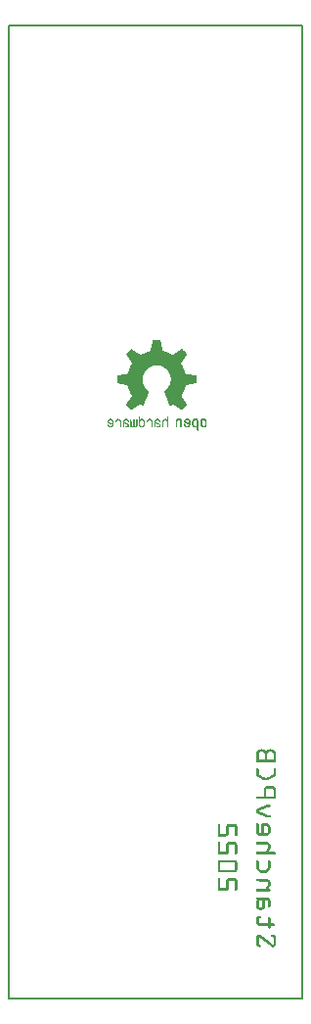
<source format=gbo>
G04 MADE WITH FRITZING*
G04 WWW.FRITZING.ORG*
G04 DOUBLE SIDED*
G04 HOLES PLATED*
G04 CONTOUR ON CENTER OF CONTOUR VECTOR*
%ASAXBY*%
%FSLAX23Y23*%
%MOIN*%
%OFA0B0*%
%SFA1.0B1.0*%
%ADD10R,1.010280X3.319210X0.994280X3.303210*%
%ADD11C,0.008000*%
%ADD12R,0.001000X0.001000*%
%LNSILK0*%
G90*
G70*
G54D11*
X4Y3315D02*
X1006Y3315D01*
X1006Y4D01*
X4Y4D01*
X4Y3315D01*
D02*
G54D12*
X496Y2244D02*
X521Y2244D01*
X496Y2243D02*
X521Y2243D01*
X495Y2242D02*
X521Y2242D01*
X495Y2241D02*
X522Y2241D01*
X495Y2240D02*
X522Y2240D01*
X495Y2239D02*
X522Y2239D01*
X495Y2238D02*
X522Y2238D01*
X495Y2237D02*
X522Y2237D01*
X494Y2236D02*
X522Y2236D01*
X494Y2235D02*
X523Y2235D01*
X494Y2234D02*
X523Y2234D01*
X494Y2233D02*
X523Y2233D01*
X494Y2232D02*
X523Y2232D01*
X493Y2231D02*
X523Y2231D01*
X493Y2230D02*
X524Y2230D01*
X493Y2229D02*
X524Y2229D01*
X493Y2228D02*
X524Y2228D01*
X493Y2227D02*
X524Y2227D01*
X492Y2226D02*
X524Y2226D01*
X492Y2225D02*
X525Y2225D01*
X492Y2224D02*
X525Y2224D01*
X492Y2223D02*
X525Y2223D01*
X492Y2222D02*
X525Y2222D01*
X492Y2221D02*
X525Y2221D01*
X491Y2220D02*
X525Y2220D01*
X491Y2219D02*
X526Y2219D01*
X491Y2218D02*
X526Y2218D01*
X491Y2217D02*
X526Y2217D01*
X491Y2216D02*
X526Y2216D01*
X490Y2215D02*
X526Y2215D01*
X490Y2214D02*
X527Y2214D01*
X422Y2213D02*
X423Y2213D01*
X490Y2213D02*
X527Y2213D01*
X593Y2213D02*
X595Y2213D01*
X421Y2212D02*
X425Y2212D01*
X490Y2212D02*
X527Y2212D01*
X592Y2212D02*
X596Y2212D01*
X420Y2211D02*
X426Y2211D01*
X490Y2211D02*
X527Y2211D01*
X591Y2211D02*
X597Y2211D01*
X419Y2210D02*
X428Y2210D01*
X490Y2210D02*
X527Y2210D01*
X589Y2210D02*
X598Y2210D01*
X418Y2209D02*
X429Y2209D01*
X489Y2209D02*
X527Y2209D01*
X588Y2209D02*
X599Y2209D01*
X417Y2208D02*
X431Y2208D01*
X489Y2208D02*
X528Y2208D01*
X586Y2208D02*
X600Y2208D01*
X416Y2207D02*
X432Y2207D01*
X489Y2207D02*
X528Y2207D01*
X585Y2207D02*
X601Y2207D01*
X415Y2206D02*
X434Y2206D01*
X488Y2206D02*
X529Y2206D01*
X583Y2206D02*
X602Y2206D01*
X414Y2205D02*
X435Y2205D01*
X484Y2205D02*
X533Y2205D01*
X582Y2205D02*
X603Y2205D01*
X413Y2204D02*
X436Y2204D01*
X480Y2204D02*
X537Y2204D01*
X580Y2204D02*
X604Y2204D01*
X412Y2203D02*
X438Y2203D01*
X477Y2203D02*
X540Y2203D01*
X579Y2203D02*
X605Y2203D01*
X411Y2202D02*
X439Y2202D01*
X474Y2202D02*
X543Y2202D01*
X577Y2202D02*
X606Y2202D01*
X410Y2201D02*
X441Y2201D01*
X471Y2201D02*
X545Y2201D01*
X576Y2201D02*
X607Y2201D01*
X409Y2200D02*
X442Y2200D01*
X469Y2200D02*
X548Y2200D01*
X575Y2200D02*
X608Y2200D01*
X408Y2199D02*
X444Y2199D01*
X467Y2199D02*
X550Y2199D01*
X573Y2199D02*
X609Y2199D01*
X407Y2198D02*
X445Y2198D01*
X465Y2198D02*
X552Y2198D01*
X572Y2198D02*
X610Y2198D01*
X406Y2197D02*
X447Y2197D01*
X463Y2197D02*
X554Y2197D01*
X570Y2197D02*
X611Y2197D01*
X405Y2196D02*
X448Y2196D01*
X461Y2196D02*
X556Y2196D01*
X569Y2196D02*
X612Y2196D01*
X405Y2195D02*
X450Y2195D01*
X459Y2195D02*
X558Y2195D01*
X567Y2195D02*
X612Y2195D01*
X406Y2194D02*
X451Y2194D01*
X458Y2194D02*
X559Y2194D01*
X566Y2194D02*
X611Y2194D01*
X406Y2193D02*
X452Y2193D01*
X456Y2193D02*
X561Y2193D01*
X564Y2193D02*
X611Y2193D01*
X407Y2192D02*
X610Y2192D01*
X408Y2191D02*
X609Y2191D01*
X408Y2190D02*
X609Y2190D01*
X409Y2189D02*
X608Y2189D01*
X410Y2188D02*
X607Y2188D01*
X410Y2187D02*
X606Y2187D01*
X411Y2186D02*
X606Y2186D01*
X412Y2185D02*
X605Y2185D01*
X412Y2184D02*
X604Y2184D01*
X413Y2183D02*
X604Y2183D01*
X414Y2182D02*
X603Y2182D01*
X414Y2181D02*
X602Y2181D01*
X415Y2180D02*
X602Y2180D01*
X416Y2179D02*
X601Y2179D01*
X417Y2178D02*
X600Y2178D01*
X417Y2177D02*
X600Y2177D01*
X418Y2176D02*
X599Y2176D01*
X419Y2175D02*
X598Y2175D01*
X419Y2174D02*
X598Y2174D01*
X420Y2173D02*
X597Y2173D01*
X421Y2172D02*
X596Y2172D01*
X421Y2171D02*
X595Y2171D01*
X422Y2170D02*
X595Y2170D01*
X423Y2169D02*
X594Y2169D01*
X423Y2168D02*
X593Y2168D01*
X424Y2167D02*
X593Y2167D01*
X425Y2166D02*
X592Y2166D01*
X425Y2165D02*
X591Y2165D01*
X426Y2164D02*
X591Y2164D01*
X425Y2163D02*
X592Y2163D01*
X425Y2162D02*
X592Y2162D01*
X424Y2161D02*
X593Y2161D01*
X423Y2160D02*
X594Y2160D01*
X423Y2159D02*
X594Y2159D01*
X422Y2158D02*
X595Y2158D01*
X421Y2157D02*
X503Y2157D01*
X514Y2157D02*
X595Y2157D01*
X421Y2156D02*
X497Y2156D01*
X520Y2156D02*
X596Y2156D01*
X420Y2155D02*
X493Y2155D01*
X524Y2155D02*
X596Y2155D01*
X420Y2154D02*
X491Y2154D01*
X526Y2154D02*
X597Y2154D01*
X419Y2153D02*
X488Y2153D01*
X529Y2153D02*
X597Y2153D01*
X419Y2152D02*
X486Y2152D01*
X531Y2152D02*
X598Y2152D01*
X418Y2151D02*
X484Y2151D01*
X533Y2151D02*
X598Y2151D01*
X418Y2150D02*
X483Y2150D01*
X534Y2150D02*
X599Y2150D01*
X417Y2149D02*
X481Y2149D01*
X536Y2149D02*
X599Y2149D01*
X417Y2148D02*
X480Y2148D01*
X537Y2148D02*
X600Y2148D01*
X417Y2147D02*
X478Y2147D01*
X539Y2147D02*
X600Y2147D01*
X416Y2146D02*
X477Y2146D01*
X540Y2146D02*
X601Y2146D01*
X416Y2145D02*
X476Y2145D01*
X541Y2145D02*
X601Y2145D01*
X415Y2144D02*
X475Y2144D01*
X542Y2144D02*
X601Y2144D01*
X415Y2143D02*
X474Y2143D01*
X543Y2143D02*
X602Y2143D01*
X415Y2142D02*
X473Y2142D01*
X544Y2142D02*
X602Y2142D01*
X414Y2141D02*
X472Y2141D01*
X545Y2141D02*
X603Y2141D01*
X414Y2140D02*
X471Y2140D01*
X546Y2140D02*
X603Y2140D01*
X414Y2139D02*
X470Y2139D01*
X547Y2139D02*
X603Y2139D01*
X413Y2138D02*
X470Y2138D01*
X547Y2138D02*
X604Y2138D01*
X413Y2137D02*
X469Y2137D01*
X548Y2137D02*
X604Y2137D01*
X413Y2136D02*
X468Y2136D01*
X549Y2136D02*
X604Y2136D01*
X412Y2135D02*
X467Y2135D01*
X549Y2135D02*
X604Y2135D01*
X412Y2134D02*
X467Y2134D01*
X550Y2134D02*
X605Y2134D01*
X412Y2133D02*
X466Y2133D01*
X551Y2133D02*
X605Y2133D01*
X412Y2132D02*
X466Y2132D01*
X551Y2132D02*
X605Y2132D01*
X411Y2131D02*
X465Y2131D01*
X552Y2131D02*
X605Y2131D01*
X411Y2130D02*
X465Y2130D01*
X552Y2130D02*
X606Y2130D01*
X409Y2129D02*
X464Y2129D01*
X553Y2129D02*
X608Y2129D01*
X403Y2128D02*
X464Y2128D01*
X553Y2128D02*
X613Y2128D01*
X398Y2127D02*
X463Y2127D01*
X553Y2127D02*
X619Y2127D01*
X393Y2126D02*
X463Y2126D01*
X554Y2126D02*
X624Y2126D01*
X387Y2125D02*
X463Y2125D01*
X554Y2125D02*
X629Y2125D01*
X382Y2124D02*
X462Y2124D01*
X555Y2124D02*
X635Y2124D01*
X377Y2123D02*
X462Y2123D01*
X555Y2123D02*
X640Y2123D01*
X374Y2122D02*
X462Y2122D01*
X555Y2122D02*
X643Y2122D01*
X374Y2121D02*
X461Y2121D01*
X555Y2121D02*
X643Y2121D01*
X374Y2120D02*
X461Y2120D01*
X556Y2120D02*
X643Y2120D01*
X374Y2119D02*
X461Y2119D01*
X556Y2119D02*
X643Y2119D01*
X374Y2118D02*
X461Y2118D01*
X556Y2118D02*
X643Y2118D01*
X374Y2117D02*
X461Y2117D01*
X556Y2117D02*
X643Y2117D01*
X374Y2116D02*
X460Y2116D01*
X556Y2116D02*
X643Y2116D01*
X374Y2115D02*
X460Y2115D01*
X557Y2115D02*
X643Y2115D01*
X374Y2114D02*
X460Y2114D01*
X557Y2114D02*
X643Y2114D01*
X374Y2113D02*
X460Y2113D01*
X557Y2113D02*
X643Y2113D01*
X374Y2112D02*
X460Y2112D01*
X557Y2112D02*
X643Y2112D01*
X374Y2111D02*
X460Y2111D01*
X557Y2111D02*
X643Y2111D01*
X374Y2110D02*
X460Y2110D01*
X557Y2110D02*
X643Y2110D01*
X374Y2109D02*
X460Y2109D01*
X557Y2109D02*
X643Y2109D01*
X374Y2108D02*
X460Y2108D01*
X557Y2108D02*
X643Y2108D01*
X374Y2107D02*
X460Y2107D01*
X557Y2107D02*
X643Y2107D01*
X374Y2106D02*
X460Y2106D01*
X557Y2106D02*
X643Y2106D01*
X374Y2105D02*
X460Y2105D01*
X557Y2105D02*
X643Y2105D01*
X374Y2104D02*
X460Y2104D01*
X557Y2104D02*
X643Y2104D01*
X374Y2103D02*
X460Y2103D01*
X556Y2103D02*
X643Y2103D01*
X374Y2102D02*
X461Y2102D01*
X556Y2102D02*
X643Y2102D01*
X374Y2101D02*
X461Y2101D01*
X556Y2101D02*
X643Y2101D01*
X374Y2100D02*
X461Y2100D01*
X556Y2100D02*
X643Y2100D01*
X374Y2099D02*
X461Y2099D01*
X556Y2099D02*
X643Y2099D01*
X374Y2098D02*
X461Y2098D01*
X555Y2098D02*
X643Y2098D01*
X374Y2097D02*
X462Y2097D01*
X555Y2097D02*
X643Y2097D01*
X377Y2096D02*
X462Y2096D01*
X555Y2096D02*
X640Y2096D01*
X382Y2095D02*
X462Y2095D01*
X555Y2095D02*
X634Y2095D01*
X388Y2094D02*
X463Y2094D01*
X554Y2094D02*
X629Y2094D01*
X393Y2093D02*
X463Y2093D01*
X554Y2093D02*
X624Y2093D01*
X398Y2092D02*
X463Y2092D01*
X554Y2092D02*
X618Y2092D01*
X404Y2091D02*
X464Y2091D01*
X553Y2091D02*
X613Y2091D01*
X409Y2090D02*
X464Y2090D01*
X553Y2090D02*
X608Y2090D01*
X410Y2089D02*
X465Y2089D01*
X552Y2089D02*
X606Y2089D01*
X411Y2088D02*
X465Y2088D01*
X552Y2088D02*
X606Y2088D01*
X411Y2087D02*
X466Y2087D01*
X551Y2087D02*
X606Y2087D01*
X411Y2086D02*
X466Y2086D01*
X551Y2086D02*
X606Y2086D01*
X411Y2085D02*
X467Y2085D01*
X550Y2085D02*
X606Y2085D01*
X411Y2084D02*
X467Y2084D01*
X550Y2084D02*
X605Y2084D01*
X412Y2083D02*
X468Y2083D01*
X549Y2083D02*
X605Y2083D01*
X412Y2082D02*
X469Y2082D01*
X548Y2082D02*
X605Y2082D01*
X412Y2081D02*
X469Y2081D01*
X548Y2081D02*
X605Y2081D01*
X413Y2080D02*
X470Y2080D01*
X547Y2080D02*
X604Y2080D01*
X413Y2079D02*
X471Y2079D01*
X546Y2079D02*
X604Y2079D01*
X413Y2078D02*
X472Y2078D01*
X545Y2078D02*
X604Y2078D01*
X413Y2077D02*
X473Y2077D01*
X544Y2077D02*
X603Y2077D01*
X414Y2076D02*
X473Y2076D01*
X543Y2076D02*
X603Y2076D01*
X414Y2075D02*
X474Y2075D01*
X542Y2075D02*
X603Y2075D01*
X415Y2074D02*
X476Y2074D01*
X541Y2074D02*
X602Y2074D01*
X415Y2073D02*
X477Y2073D01*
X540Y2073D02*
X602Y2073D01*
X415Y2072D02*
X478Y2072D01*
X539Y2072D02*
X602Y2072D01*
X416Y2071D02*
X479Y2071D01*
X538Y2071D02*
X601Y2071D01*
X416Y2070D02*
X481Y2070D01*
X536Y2070D02*
X601Y2070D01*
X417Y2069D02*
X482Y2069D01*
X535Y2069D02*
X600Y2069D01*
X417Y2068D02*
X483Y2068D01*
X534Y2068D02*
X600Y2068D01*
X417Y2067D02*
X482Y2067D01*
X534Y2067D02*
X599Y2067D01*
X418Y2066D02*
X482Y2066D01*
X535Y2066D02*
X599Y2066D01*
X418Y2065D02*
X482Y2065D01*
X535Y2065D02*
X598Y2065D01*
X419Y2064D02*
X481Y2064D01*
X536Y2064D02*
X598Y2064D01*
X419Y2063D02*
X481Y2063D01*
X536Y2063D02*
X598Y2063D01*
X420Y2062D02*
X480Y2062D01*
X537Y2062D02*
X597Y2062D01*
X420Y2061D02*
X480Y2061D01*
X537Y2061D02*
X596Y2061D01*
X421Y2060D02*
X479Y2060D01*
X537Y2060D02*
X596Y2060D01*
X421Y2059D02*
X479Y2059D01*
X538Y2059D02*
X595Y2059D01*
X422Y2058D02*
X479Y2058D01*
X538Y2058D02*
X595Y2058D01*
X423Y2057D02*
X478Y2057D01*
X539Y2057D02*
X594Y2057D01*
X423Y2056D02*
X478Y2056D01*
X539Y2056D02*
X594Y2056D01*
X424Y2055D02*
X477Y2055D01*
X539Y2055D02*
X593Y2055D01*
X424Y2054D02*
X477Y2054D01*
X540Y2054D02*
X592Y2054D01*
X425Y2053D02*
X477Y2053D01*
X540Y2053D02*
X592Y2053D01*
X424Y2052D02*
X476Y2052D01*
X541Y2052D02*
X593Y2052D01*
X423Y2051D02*
X476Y2051D01*
X541Y2051D02*
X593Y2051D01*
X423Y2050D02*
X475Y2050D01*
X541Y2050D02*
X594Y2050D01*
X422Y2049D02*
X475Y2049D01*
X542Y2049D02*
X595Y2049D01*
X421Y2048D02*
X474Y2048D01*
X542Y2048D02*
X596Y2048D01*
X421Y2047D02*
X474Y2047D01*
X543Y2047D02*
X596Y2047D01*
X420Y2046D02*
X474Y2046D01*
X543Y2046D02*
X597Y2046D01*
X419Y2045D02*
X473Y2045D01*
X544Y2045D02*
X598Y2045D01*
X419Y2044D02*
X473Y2044D01*
X544Y2044D02*
X598Y2044D01*
X418Y2043D02*
X472Y2043D01*
X544Y2043D02*
X599Y2043D01*
X417Y2042D02*
X472Y2042D01*
X545Y2042D02*
X600Y2042D01*
X416Y2041D02*
X472Y2041D01*
X545Y2041D02*
X600Y2041D01*
X416Y2040D02*
X471Y2040D01*
X546Y2040D02*
X601Y2040D01*
X415Y2039D02*
X471Y2039D01*
X546Y2039D02*
X602Y2039D01*
X414Y2038D02*
X470Y2038D01*
X546Y2038D02*
X602Y2038D01*
X414Y2037D02*
X470Y2037D01*
X547Y2037D02*
X603Y2037D01*
X413Y2036D02*
X470Y2036D01*
X547Y2036D02*
X604Y2036D01*
X412Y2035D02*
X469Y2035D01*
X548Y2035D02*
X604Y2035D01*
X412Y2034D02*
X469Y2034D01*
X548Y2034D02*
X605Y2034D01*
X411Y2033D02*
X468Y2033D01*
X549Y2033D02*
X606Y2033D01*
X410Y2032D02*
X468Y2032D01*
X549Y2032D02*
X607Y2032D01*
X410Y2031D02*
X467Y2031D01*
X549Y2031D02*
X607Y2031D01*
X409Y2030D02*
X467Y2030D01*
X550Y2030D02*
X608Y2030D01*
X408Y2029D02*
X467Y2029D01*
X550Y2029D02*
X609Y2029D01*
X408Y2028D02*
X466Y2028D01*
X551Y2028D02*
X609Y2028D01*
X407Y2027D02*
X466Y2027D01*
X551Y2027D02*
X610Y2027D01*
X406Y2026D02*
X465Y2026D01*
X551Y2026D02*
X611Y2026D01*
X405Y2025D02*
X465Y2025D01*
X552Y2025D02*
X564Y2025D01*
X566Y2025D02*
X611Y2025D01*
X405Y2024D02*
X449Y2024D01*
X454Y2024D02*
X465Y2024D01*
X552Y2024D02*
X563Y2024D01*
X567Y2024D02*
X612Y2024D01*
X405Y2023D02*
X448Y2023D01*
X456Y2023D02*
X464Y2023D01*
X553Y2023D02*
X561Y2023D01*
X569Y2023D02*
X612Y2023D01*
X406Y2022D02*
X447Y2022D01*
X457Y2022D02*
X464Y2022D01*
X553Y2022D02*
X560Y2022D01*
X570Y2022D02*
X611Y2022D01*
X407Y2021D02*
X445Y2021D01*
X459Y2021D02*
X463Y2021D01*
X553Y2021D02*
X558Y2021D01*
X572Y2021D02*
X610Y2021D01*
X408Y2020D02*
X444Y2020D01*
X461Y2020D02*
X463Y2020D01*
X554Y2020D02*
X556Y2020D01*
X573Y2020D02*
X609Y2020D01*
X409Y2019D02*
X442Y2019D01*
X554Y2019D02*
X554Y2019D01*
X575Y2019D02*
X608Y2019D01*
X410Y2018D02*
X441Y2018D01*
X576Y2018D02*
X607Y2018D01*
X411Y2017D02*
X439Y2017D01*
X578Y2017D02*
X606Y2017D01*
X412Y2016D02*
X438Y2016D01*
X579Y2016D02*
X605Y2016D01*
X413Y2015D02*
X436Y2015D01*
X580Y2015D02*
X604Y2015D01*
X414Y2014D02*
X435Y2014D01*
X582Y2014D02*
X603Y2014D01*
X415Y2013D02*
X433Y2013D01*
X583Y2013D02*
X602Y2013D01*
X416Y2012D02*
X432Y2012D01*
X585Y2012D02*
X601Y2012D01*
X417Y2011D02*
X430Y2011D01*
X586Y2011D02*
X600Y2011D01*
X418Y2010D02*
X429Y2010D01*
X588Y2010D02*
X599Y2010D01*
X419Y2009D02*
X428Y2009D01*
X589Y2009D02*
X598Y2009D01*
X420Y2008D02*
X426Y2008D01*
X591Y2008D02*
X597Y2008D01*
X421Y2007D02*
X425Y2007D01*
X592Y2007D02*
X596Y2007D01*
X422Y2006D02*
X423Y2006D01*
X594Y2006D02*
X595Y2006D01*
X448Y1985D02*
X449Y1985D01*
X545Y1985D02*
X545Y1985D01*
X448Y1984D02*
X451Y1984D01*
X545Y1984D02*
X548Y1984D01*
X448Y1983D02*
X452Y1983D01*
X545Y1983D02*
X548Y1983D01*
X448Y1982D02*
X452Y1982D01*
X545Y1982D02*
X548Y1982D01*
X448Y1981D02*
X452Y1981D01*
X545Y1981D02*
X548Y1981D01*
X448Y1980D02*
X452Y1980D01*
X545Y1980D02*
X548Y1980D01*
X448Y1979D02*
X452Y1979D01*
X545Y1979D02*
X548Y1979D01*
X448Y1978D02*
X452Y1978D01*
X545Y1978D02*
X548Y1978D01*
X448Y1977D02*
X452Y1977D01*
X545Y1977D02*
X548Y1977D01*
X448Y1976D02*
X452Y1976D01*
X545Y1976D02*
X548Y1976D01*
X580Y1976D02*
X588Y1976D01*
X609Y1976D02*
X616Y1976D01*
X637Y1976D02*
X645Y1976D01*
X665Y1976D02*
X673Y1976D01*
X349Y1975D02*
X353Y1975D01*
X376Y1975D02*
X379Y1975D01*
X403Y1975D02*
X406Y1975D01*
X448Y1975D02*
X452Y1975D01*
X456Y1975D02*
X460Y1975D01*
X483Y1975D02*
X486Y1975D01*
X510Y1975D02*
X513Y1975D01*
X537Y1975D02*
X540Y1975D01*
X545Y1975D02*
X548Y1975D01*
X579Y1975D02*
X590Y1975D01*
X607Y1975D02*
X618Y1975D01*
X635Y1975D02*
X646Y1975D01*
X663Y1975D02*
X675Y1975D01*
X347Y1974D02*
X355Y1974D01*
X373Y1974D02*
X382Y1974D01*
X400Y1974D02*
X409Y1974D01*
X419Y1974D02*
X421Y1974D01*
X430Y1974D02*
X431Y1974D01*
X440Y1974D02*
X442Y1974D01*
X448Y1974D02*
X452Y1974D01*
X454Y1974D02*
X462Y1974D01*
X480Y1974D02*
X489Y1974D01*
X507Y1974D02*
X516Y1974D01*
X534Y1974D02*
X543Y1974D01*
X545Y1974D02*
X548Y1974D01*
X577Y1974D02*
X591Y1974D01*
X606Y1974D02*
X620Y1974D01*
X634Y1974D02*
X648Y1974D01*
X662Y1974D02*
X676Y1974D01*
X345Y1973D02*
X357Y1973D01*
X372Y1973D02*
X383Y1973D01*
X399Y1973D02*
X410Y1973D01*
X419Y1973D02*
X422Y1973D01*
X430Y1973D02*
X433Y1973D01*
X440Y1973D02*
X443Y1973D01*
X448Y1973D02*
X464Y1973D01*
X479Y1973D02*
X491Y1973D01*
X506Y1973D02*
X517Y1973D01*
X533Y1973D02*
X548Y1973D01*
X576Y1973D02*
X592Y1973D01*
X605Y1973D02*
X620Y1973D01*
X633Y1973D02*
X649Y1973D01*
X661Y1973D02*
X677Y1973D01*
X344Y1972D02*
X358Y1972D01*
X371Y1972D02*
X385Y1972D01*
X397Y1972D02*
X411Y1972D01*
X419Y1972D02*
X422Y1972D01*
X430Y1972D02*
X433Y1972D01*
X440Y1972D02*
X443Y1972D01*
X448Y1972D02*
X465Y1972D01*
X478Y1972D02*
X492Y1972D01*
X505Y1972D02*
X518Y1972D01*
X531Y1972D02*
X548Y1972D01*
X576Y1972D02*
X593Y1972D01*
X604Y1972D02*
X621Y1972D01*
X632Y1972D02*
X649Y1972D01*
X660Y1972D02*
X678Y1972D01*
X343Y1971D02*
X359Y1971D01*
X370Y1971D02*
X385Y1971D01*
X397Y1971D02*
X412Y1971D01*
X419Y1971D02*
X422Y1971D01*
X430Y1971D02*
X433Y1971D01*
X440Y1971D02*
X443Y1971D01*
X448Y1971D02*
X466Y1971D01*
X477Y1971D02*
X492Y1971D01*
X504Y1971D02*
X519Y1971D01*
X531Y1971D02*
X548Y1971D01*
X575Y1971D02*
X594Y1971D01*
X603Y1971D02*
X622Y1971D01*
X631Y1971D02*
X650Y1971D01*
X660Y1971D02*
X678Y1971D01*
X342Y1970D02*
X347Y1970D01*
X354Y1970D02*
X359Y1970D01*
X369Y1970D02*
X374Y1970D01*
X381Y1970D02*
X386Y1970D01*
X396Y1970D02*
X401Y1970D01*
X408Y1970D02*
X413Y1970D01*
X419Y1970D02*
X422Y1970D01*
X430Y1970D02*
X433Y1970D01*
X440Y1970D02*
X443Y1970D01*
X448Y1970D02*
X455Y1970D01*
X461Y1970D02*
X466Y1970D01*
X476Y1970D02*
X481Y1970D01*
X488Y1970D02*
X493Y1970D01*
X503Y1970D02*
X508Y1970D01*
X515Y1970D02*
X520Y1970D01*
X530Y1970D02*
X535Y1970D01*
X542Y1970D02*
X548Y1970D01*
X575Y1970D02*
X581Y1970D01*
X587Y1970D02*
X594Y1970D01*
X603Y1970D02*
X609Y1970D01*
X616Y1970D02*
X622Y1970D01*
X631Y1970D02*
X638Y1970D01*
X644Y1970D02*
X650Y1970D01*
X659Y1970D02*
X666Y1970D01*
X672Y1970D02*
X679Y1970D01*
X342Y1969D02*
X346Y1969D01*
X356Y1969D02*
X360Y1969D01*
X369Y1969D02*
X373Y1969D01*
X382Y1969D02*
X386Y1969D01*
X395Y1969D02*
X400Y1969D01*
X409Y1969D02*
X413Y1969D01*
X419Y1969D02*
X422Y1969D01*
X430Y1969D02*
X433Y1969D01*
X440Y1969D02*
X443Y1969D01*
X448Y1969D02*
X453Y1969D01*
X463Y1969D02*
X467Y1969D01*
X476Y1969D02*
X480Y1969D01*
X489Y1969D02*
X494Y1969D01*
X503Y1969D02*
X507Y1969D01*
X516Y1969D02*
X520Y1969D01*
X529Y1969D02*
X534Y1969D01*
X543Y1969D02*
X548Y1969D01*
X574Y1969D02*
X580Y1969D01*
X589Y1969D02*
X594Y1969D01*
X602Y1969D02*
X608Y1969D01*
X617Y1969D02*
X623Y1969D01*
X631Y1969D02*
X636Y1969D01*
X645Y1969D02*
X651Y1969D01*
X659Y1969D02*
X665Y1969D01*
X673Y1969D02*
X679Y1969D01*
X342Y1968D02*
X345Y1968D01*
X356Y1968D02*
X360Y1968D01*
X368Y1968D02*
X372Y1968D01*
X383Y1968D02*
X387Y1968D01*
X395Y1968D02*
X399Y1968D01*
X410Y1968D02*
X413Y1968D01*
X419Y1968D02*
X422Y1968D01*
X430Y1968D02*
X433Y1968D01*
X440Y1968D02*
X443Y1968D01*
X448Y1968D02*
X453Y1968D01*
X463Y1968D02*
X467Y1968D01*
X476Y1968D02*
X479Y1968D01*
X490Y1968D02*
X494Y1968D01*
X502Y1968D02*
X506Y1968D01*
X517Y1968D02*
X521Y1968D01*
X529Y1968D02*
X533Y1968D01*
X544Y1968D02*
X548Y1968D01*
X574Y1968D02*
X579Y1968D01*
X589Y1968D02*
X595Y1968D01*
X602Y1968D02*
X608Y1968D01*
X617Y1968D02*
X623Y1968D01*
X630Y1968D02*
X636Y1968D01*
X646Y1968D02*
X651Y1968D01*
X659Y1968D02*
X664Y1968D01*
X674Y1968D02*
X679Y1968D01*
X341Y1967D02*
X345Y1967D01*
X357Y1967D02*
X360Y1967D01*
X368Y1967D02*
X372Y1967D01*
X384Y1967D02*
X387Y1967D01*
X395Y1967D02*
X398Y1967D01*
X410Y1967D02*
X414Y1967D01*
X419Y1967D02*
X422Y1967D01*
X430Y1967D02*
X433Y1967D01*
X440Y1967D02*
X443Y1967D01*
X448Y1967D02*
X452Y1967D01*
X464Y1967D02*
X467Y1967D01*
X475Y1967D02*
X479Y1967D01*
X491Y1967D02*
X494Y1967D01*
X502Y1967D02*
X506Y1967D01*
X518Y1967D02*
X521Y1967D01*
X529Y1967D02*
X532Y1967D01*
X544Y1967D02*
X548Y1967D01*
X574Y1967D02*
X579Y1967D01*
X590Y1967D02*
X595Y1967D01*
X602Y1967D02*
X607Y1967D01*
X618Y1967D02*
X623Y1967D01*
X630Y1967D02*
X635Y1967D01*
X646Y1967D02*
X651Y1967D01*
X658Y1967D02*
X664Y1967D01*
X674Y1967D02*
X679Y1967D01*
X341Y1966D02*
X345Y1966D01*
X357Y1966D02*
X360Y1966D01*
X368Y1966D02*
X371Y1966D01*
X384Y1966D02*
X387Y1966D01*
X395Y1966D02*
X398Y1966D01*
X410Y1966D02*
X414Y1966D01*
X419Y1966D02*
X422Y1966D01*
X430Y1966D02*
X433Y1966D01*
X440Y1966D02*
X443Y1966D01*
X448Y1966D02*
X452Y1966D01*
X464Y1966D02*
X468Y1966D01*
X475Y1966D02*
X479Y1966D01*
X491Y1966D02*
X494Y1966D01*
X502Y1966D02*
X505Y1966D01*
X518Y1966D02*
X521Y1966D01*
X529Y1966D02*
X532Y1966D01*
X545Y1966D02*
X548Y1966D01*
X574Y1966D02*
X579Y1966D01*
X590Y1966D02*
X595Y1966D01*
X602Y1966D02*
X609Y1966D01*
X618Y1966D02*
X623Y1966D01*
X630Y1966D02*
X635Y1966D01*
X646Y1966D02*
X651Y1966D01*
X658Y1966D02*
X663Y1966D01*
X674Y1966D02*
X679Y1966D01*
X341Y1965D02*
X345Y1965D01*
X357Y1965D02*
X360Y1965D01*
X368Y1965D02*
X371Y1965D01*
X384Y1965D02*
X387Y1965D01*
X395Y1965D02*
X398Y1965D01*
X411Y1965D02*
X414Y1965D01*
X419Y1965D02*
X423Y1965D01*
X430Y1965D02*
X433Y1965D01*
X440Y1965D02*
X443Y1965D01*
X448Y1965D02*
X452Y1965D01*
X464Y1965D02*
X468Y1965D01*
X475Y1965D02*
X478Y1965D01*
X491Y1965D02*
X494Y1965D01*
X502Y1965D02*
X505Y1965D01*
X518Y1965D02*
X521Y1965D01*
X529Y1965D02*
X532Y1965D01*
X545Y1965D02*
X548Y1965D01*
X574Y1965D02*
X579Y1965D01*
X590Y1965D02*
X595Y1965D01*
X602Y1965D02*
X611Y1965D01*
X618Y1965D02*
X623Y1965D01*
X630Y1965D02*
X635Y1965D01*
X646Y1965D02*
X651Y1965D01*
X658Y1965D02*
X663Y1965D01*
X674Y1965D02*
X679Y1965D01*
X341Y1964D02*
X348Y1964D01*
X357Y1964D02*
X360Y1964D01*
X370Y1964D02*
X371Y1964D01*
X384Y1964D02*
X387Y1964D01*
X395Y1964D02*
X400Y1964D01*
X412Y1964D02*
X414Y1964D01*
X419Y1964D02*
X423Y1964D01*
X430Y1964D02*
X433Y1964D01*
X440Y1964D02*
X443Y1964D01*
X448Y1964D02*
X452Y1964D01*
X464Y1964D02*
X468Y1964D01*
X477Y1964D02*
X478Y1964D01*
X491Y1964D02*
X494Y1964D01*
X502Y1964D02*
X507Y1964D01*
X519Y1964D02*
X521Y1964D01*
X529Y1964D02*
X532Y1964D01*
X545Y1964D02*
X548Y1964D01*
X574Y1964D02*
X579Y1964D01*
X590Y1964D02*
X595Y1964D01*
X602Y1964D02*
X613Y1964D01*
X618Y1964D02*
X623Y1964D01*
X630Y1964D02*
X635Y1964D01*
X646Y1964D02*
X651Y1964D01*
X658Y1964D02*
X663Y1964D01*
X674Y1964D02*
X679Y1964D01*
X341Y1963D02*
X350Y1963D01*
X357Y1963D02*
X360Y1963D01*
X384Y1963D02*
X387Y1963D01*
X395Y1963D02*
X403Y1963D01*
X414Y1963D02*
X414Y1963D01*
X419Y1963D02*
X423Y1963D01*
X430Y1963D02*
X433Y1963D01*
X440Y1963D02*
X443Y1963D01*
X448Y1963D02*
X452Y1963D01*
X464Y1963D02*
X468Y1963D01*
X491Y1963D02*
X494Y1963D01*
X502Y1963D02*
X510Y1963D01*
X529Y1963D02*
X532Y1963D01*
X545Y1963D02*
X548Y1963D01*
X574Y1963D02*
X579Y1963D01*
X590Y1963D02*
X595Y1963D01*
X602Y1963D02*
X616Y1963D01*
X618Y1963D02*
X623Y1963D01*
X630Y1963D02*
X635Y1963D01*
X646Y1963D02*
X651Y1963D01*
X658Y1963D02*
X663Y1963D01*
X674Y1963D02*
X679Y1963D01*
X343Y1962D02*
X352Y1962D01*
X357Y1962D02*
X360Y1962D01*
X384Y1962D02*
X387Y1962D01*
X395Y1962D02*
X405Y1962D01*
X419Y1962D02*
X423Y1962D01*
X430Y1962D02*
X433Y1962D01*
X440Y1962D02*
X443Y1962D01*
X448Y1962D02*
X452Y1962D01*
X464Y1962D02*
X468Y1962D01*
X491Y1962D02*
X494Y1962D01*
X502Y1962D02*
X512Y1962D01*
X529Y1962D02*
X532Y1962D01*
X545Y1962D02*
X548Y1962D01*
X574Y1962D02*
X579Y1962D01*
X590Y1962D02*
X595Y1962D01*
X604Y1962D02*
X623Y1962D01*
X630Y1962D02*
X635Y1962D01*
X646Y1962D02*
X651Y1962D01*
X658Y1962D02*
X663Y1962D01*
X674Y1962D02*
X679Y1962D01*
X345Y1961D02*
X354Y1961D01*
X357Y1961D02*
X360Y1961D01*
X384Y1961D02*
X387Y1961D01*
X395Y1961D02*
X407Y1961D01*
X419Y1961D02*
X423Y1961D01*
X430Y1961D02*
X433Y1961D01*
X440Y1961D02*
X443Y1961D01*
X448Y1961D02*
X452Y1961D01*
X464Y1961D02*
X468Y1961D01*
X491Y1961D02*
X494Y1961D01*
X502Y1961D02*
X515Y1961D01*
X529Y1961D02*
X532Y1961D01*
X545Y1961D02*
X548Y1961D01*
X574Y1961D02*
X579Y1961D01*
X590Y1961D02*
X595Y1961D01*
X606Y1961D02*
X623Y1961D01*
X630Y1961D02*
X635Y1961D01*
X646Y1961D02*
X651Y1961D01*
X658Y1961D02*
X663Y1961D01*
X674Y1961D02*
X679Y1961D01*
X347Y1960D02*
X360Y1960D01*
X384Y1960D02*
X387Y1960D01*
X395Y1960D02*
X410Y1960D01*
X419Y1960D02*
X423Y1960D01*
X430Y1960D02*
X433Y1960D01*
X440Y1960D02*
X443Y1960D01*
X448Y1960D02*
X452Y1960D01*
X464Y1960D02*
X468Y1960D01*
X491Y1960D02*
X494Y1960D01*
X502Y1960D02*
X517Y1960D01*
X529Y1960D02*
X532Y1960D01*
X545Y1960D02*
X548Y1960D01*
X574Y1960D02*
X579Y1960D01*
X590Y1960D02*
X595Y1960D01*
X608Y1960D02*
X623Y1960D01*
X630Y1960D02*
X635Y1960D01*
X646Y1960D02*
X651Y1960D01*
X658Y1960D02*
X663Y1960D01*
X674Y1960D02*
X679Y1960D01*
X349Y1959D02*
X360Y1959D01*
X384Y1959D02*
X387Y1959D01*
X395Y1959D02*
X398Y1959D01*
X402Y1959D02*
X411Y1959D01*
X419Y1959D02*
X423Y1959D01*
X430Y1959D02*
X433Y1959D01*
X440Y1959D02*
X443Y1959D01*
X448Y1959D02*
X452Y1959D01*
X464Y1959D02*
X468Y1959D01*
X491Y1959D02*
X494Y1959D01*
X502Y1959D02*
X505Y1959D01*
X509Y1959D02*
X518Y1959D01*
X529Y1959D02*
X532Y1959D01*
X545Y1959D02*
X548Y1959D01*
X574Y1959D02*
X579Y1959D01*
X590Y1959D02*
X595Y1959D01*
X602Y1959D02*
X603Y1959D01*
X611Y1959D02*
X623Y1959D01*
X630Y1959D02*
X635Y1959D01*
X646Y1959D02*
X651Y1959D01*
X658Y1959D02*
X663Y1959D01*
X674Y1959D02*
X679Y1959D01*
X352Y1958D02*
X360Y1958D01*
X384Y1958D02*
X387Y1958D01*
X395Y1958D02*
X398Y1958D01*
X404Y1958D02*
X412Y1958D01*
X419Y1958D02*
X423Y1958D01*
X430Y1958D02*
X433Y1958D01*
X440Y1958D02*
X443Y1958D01*
X448Y1958D02*
X452Y1958D01*
X464Y1958D02*
X468Y1958D01*
X491Y1958D02*
X494Y1958D01*
X502Y1958D02*
X505Y1958D01*
X512Y1958D02*
X520Y1958D01*
X529Y1958D02*
X532Y1958D01*
X545Y1958D02*
X548Y1958D01*
X574Y1958D02*
X579Y1958D01*
X590Y1958D02*
X595Y1958D01*
X602Y1958D02*
X605Y1958D01*
X613Y1958D02*
X623Y1958D01*
X630Y1958D02*
X635Y1958D01*
X646Y1958D02*
X651Y1958D01*
X658Y1958D02*
X663Y1958D01*
X674Y1958D02*
X679Y1958D01*
X341Y1957D02*
X342Y1957D01*
X354Y1957D02*
X360Y1957D01*
X384Y1957D02*
X387Y1957D01*
X395Y1957D02*
X398Y1957D01*
X407Y1957D02*
X413Y1957D01*
X419Y1957D02*
X423Y1957D01*
X430Y1957D02*
X433Y1957D01*
X440Y1957D02*
X443Y1957D01*
X448Y1957D02*
X452Y1957D01*
X464Y1957D02*
X468Y1957D01*
X491Y1957D02*
X494Y1957D01*
X502Y1957D02*
X505Y1957D01*
X514Y1957D02*
X520Y1957D01*
X529Y1957D02*
X532Y1957D01*
X545Y1957D02*
X548Y1957D01*
X574Y1957D02*
X579Y1957D01*
X590Y1957D02*
X595Y1957D01*
X602Y1957D02*
X607Y1957D01*
X615Y1957D02*
X623Y1957D01*
X630Y1957D02*
X635Y1957D01*
X646Y1957D02*
X651Y1957D01*
X658Y1957D02*
X663Y1957D01*
X674Y1957D02*
X679Y1957D01*
X341Y1956D02*
X344Y1956D01*
X356Y1956D02*
X360Y1956D01*
X384Y1956D02*
X387Y1956D01*
X395Y1956D02*
X398Y1956D01*
X409Y1956D02*
X414Y1956D01*
X419Y1956D02*
X423Y1956D01*
X430Y1956D02*
X433Y1956D01*
X440Y1956D02*
X443Y1956D01*
X448Y1956D02*
X452Y1956D01*
X464Y1956D02*
X468Y1956D01*
X491Y1956D02*
X494Y1956D01*
X502Y1956D02*
X505Y1956D01*
X516Y1956D02*
X521Y1956D01*
X529Y1956D02*
X532Y1956D01*
X545Y1956D02*
X548Y1956D01*
X574Y1956D02*
X579Y1956D01*
X590Y1956D02*
X595Y1956D01*
X602Y1956D02*
X607Y1956D01*
X617Y1956D02*
X623Y1956D01*
X630Y1956D02*
X635Y1956D01*
X646Y1956D02*
X651Y1956D01*
X658Y1956D02*
X663Y1956D01*
X674Y1956D02*
X679Y1956D01*
X341Y1955D02*
X345Y1955D01*
X357Y1955D02*
X360Y1955D01*
X384Y1955D02*
X387Y1955D01*
X395Y1955D02*
X398Y1955D01*
X410Y1955D02*
X414Y1955D01*
X419Y1955D02*
X423Y1955D01*
X430Y1955D02*
X433Y1955D01*
X440Y1955D02*
X443Y1955D01*
X448Y1955D02*
X452Y1955D01*
X464Y1955D02*
X468Y1955D01*
X491Y1955D02*
X494Y1955D01*
X502Y1955D02*
X505Y1955D01*
X517Y1955D02*
X521Y1955D01*
X529Y1955D02*
X532Y1955D01*
X545Y1955D02*
X548Y1955D01*
X574Y1955D02*
X579Y1955D01*
X590Y1955D02*
X595Y1955D01*
X602Y1955D02*
X607Y1955D01*
X618Y1955D02*
X623Y1955D01*
X630Y1955D02*
X635Y1955D01*
X646Y1955D02*
X651Y1955D01*
X658Y1955D02*
X664Y1955D01*
X674Y1955D02*
X679Y1955D01*
X341Y1954D02*
X345Y1954D01*
X357Y1954D02*
X360Y1954D01*
X384Y1954D02*
X387Y1954D01*
X395Y1954D02*
X398Y1954D01*
X411Y1954D02*
X414Y1954D01*
X419Y1954D02*
X423Y1954D01*
X430Y1954D02*
X433Y1954D01*
X440Y1954D02*
X443Y1954D01*
X448Y1954D02*
X452Y1954D01*
X464Y1954D02*
X467Y1954D01*
X491Y1954D02*
X494Y1954D01*
X502Y1954D02*
X505Y1954D01*
X518Y1954D02*
X521Y1954D01*
X529Y1954D02*
X532Y1954D01*
X545Y1954D02*
X548Y1954D01*
X574Y1954D02*
X579Y1954D01*
X590Y1954D02*
X595Y1954D01*
X602Y1954D02*
X608Y1954D01*
X617Y1954D02*
X623Y1954D01*
X630Y1954D02*
X636Y1954D01*
X646Y1954D02*
X651Y1954D01*
X659Y1954D02*
X664Y1954D01*
X674Y1954D02*
X679Y1954D01*
X342Y1953D02*
X345Y1953D01*
X357Y1953D02*
X360Y1953D01*
X384Y1953D02*
X387Y1953D01*
X395Y1953D02*
X398Y1953D01*
X411Y1953D02*
X414Y1953D01*
X419Y1953D02*
X423Y1953D01*
X430Y1953D02*
X433Y1953D01*
X440Y1953D02*
X443Y1953D01*
X449Y1953D02*
X452Y1953D01*
X464Y1953D02*
X467Y1953D01*
X491Y1953D02*
X494Y1953D01*
X502Y1953D02*
X505Y1953D01*
X518Y1953D02*
X521Y1953D01*
X529Y1953D02*
X532Y1953D01*
X545Y1953D02*
X548Y1953D01*
X574Y1953D02*
X579Y1953D01*
X590Y1953D02*
X595Y1953D01*
X603Y1953D02*
X608Y1953D01*
X617Y1953D02*
X623Y1953D01*
X631Y1953D02*
X636Y1953D01*
X645Y1953D02*
X651Y1953D01*
X659Y1953D02*
X665Y1953D01*
X673Y1953D02*
X679Y1953D01*
X342Y1952D02*
X346Y1952D01*
X356Y1952D02*
X360Y1952D01*
X384Y1952D02*
X387Y1952D01*
X395Y1952D02*
X398Y1952D01*
X410Y1952D02*
X414Y1952D01*
X419Y1952D02*
X423Y1952D01*
X429Y1952D02*
X433Y1952D01*
X440Y1952D02*
X443Y1952D01*
X449Y1952D02*
X453Y1952D01*
X463Y1952D02*
X467Y1952D01*
X491Y1952D02*
X494Y1952D01*
X502Y1952D02*
X505Y1952D01*
X518Y1952D02*
X521Y1952D01*
X529Y1952D02*
X532Y1952D01*
X545Y1952D02*
X548Y1952D01*
X574Y1952D02*
X579Y1952D01*
X590Y1952D02*
X595Y1952D01*
X603Y1952D02*
X609Y1952D01*
X616Y1952D02*
X622Y1952D01*
X631Y1952D02*
X638Y1952D01*
X644Y1952D02*
X651Y1952D01*
X659Y1952D02*
X666Y1952D01*
X672Y1952D02*
X679Y1952D01*
X342Y1951D02*
X346Y1951D01*
X355Y1951D02*
X360Y1951D01*
X384Y1951D02*
X387Y1951D01*
X395Y1951D02*
X398Y1951D01*
X410Y1951D02*
X414Y1951D01*
X419Y1951D02*
X423Y1951D01*
X429Y1951D02*
X433Y1951D01*
X439Y1951D02*
X443Y1951D01*
X449Y1951D02*
X454Y1951D01*
X462Y1951D02*
X467Y1951D01*
X491Y1951D02*
X494Y1951D01*
X502Y1951D02*
X505Y1951D01*
X517Y1951D02*
X521Y1951D01*
X529Y1951D02*
X532Y1951D01*
X545Y1951D02*
X548Y1951D01*
X574Y1951D02*
X579Y1951D01*
X590Y1951D02*
X595Y1951D01*
X603Y1951D02*
X622Y1951D01*
X631Y1951D02*
X651Y1951D01*
X660Y1951D02*
X678Y1951D01*
X343Y1950D02*
X348Y1950D01*
X354Y1950D02*
X359Y1950D01*
X384Y1950D02*
X387Y1950D01*
X395Y1950D02*
X398Y1950D01*
X403Y1950D02*
X403Y1950D01*
X408Y1950D02*
X413Y1950D01*
X420Y1950D02*
X424Y1950D01*
X428Y1950D02*
X434Y1950D01*
X439Y1950D02*
X443Y1950D01*
X450Y1950D02*
X455Y1950D01*
X461Y1950D02*
X466Y1950D01*
X491Y1950D02*
X494Y1950D01*
X502Y1950D02*
X505Y1950D01*
X510Y1950D02*
X510Y1950D01*
X516Y1950D02*
X521Y1950D01*
X529Y1950D02*
X532Y1950D01*
X545Y1950D02*
X548Y1950D01*
X574Y1950D02*
X579Y1950D01*
X590Y1950D02*
X595Y1950D01*
X604Y1950D02*
X621Y1950D01*
X632Y1950D02*
X651Y1950D01*
X660Y1950D02*
X678Y1950D01*
X344Y1949D02*
X358Y1949D01*
X384Y1949D02*
X387Y1949D01*
X395Y1949D02*
X398Y1949D01*
X402Y1949D02*
X413Y1949D01*
X420Y1949D02*
X442Y1949D01*
X451Y1949D02*
X465Y1949D01*
X491Y1949D02*
X494Y1949D01*
X502Y1949D02*
X505Y1949D01*
X509Y1949D02*
X520Y1949D01*
X529Y1949D02*
X532Y1949D01*
X545Y1949D02*
X548Y1949D01*
X574Y1949D02*
X579Y1949D01*
X590Y1949D02*
X595Y1949D01*
X605Y1949D02*
X620Y1949D01*
X633Y1949D02*
X651Y1949D01*
X661Y1949D02*
X677Y1949D01*
X344Y1948D02*
X357Y1948D01*
X384Y1948D02*
X387Y1948D01*
X395Y1948D02*
X398Y1948D01*
X402Y1948D02*
X412Y1948D01*
X421Y1948D02*
X442Y1948D01*
X451Y1948D02*
X465Y1948D01*
X491Y1948D02*
X494Y1948D01*
X502Y1948D02*
X505Y1948D01*
X509Y1948D02*
X519Y1948D01*
X529Y1948D02*
X532Y1948D01*
X545Y1948D02*
X548Y1948D01*
X574Y1948D02*
X579Y1948D01*
X590Y1948D02*
X595Y1948D01*
X606Y1948D02*
X619Y1948D01*
X634Y1948D02*
X651Y1948D01*
X662Y1948D02*
X676Y1948D01*
X346Y1947D02*
X356Y1947D01*
X384Y1947D02*
X387Y1947D01*
X395Y1947D02*
X398Y1947D01*
X402Y1947D02*
X411Y1947D01*
X422Y1947D02*
X441Y1947D01*
X453Y1947D02*
X463Y1947D01*
X491Y1947D02*
X494Y1947D01*
X502Y1947D02*
X505Y1947D01*
X509Y1947D02*
X518Y1947D01*
X529Y1947D02*
X532Y1947D01*
X545Y1947D02*
X548Y1947D01*
X574Y1947D02*
X579Y1947D01*
X590Y1947D02*
X595Y1947D01*
X607Y1947D02*
X618Y1947D01*
X635Y1947D02*
X651Y1947D01*
X663Y1947D02*
X675Y1947D01*
X347Y1946D02*
X354Y1946D01*
X386Y1946D02*
X387Y1946D01*
X397Y1946D02*
X398Y1946D01*
X402Y1946D02*
X409Y1946D01*
X423Y1946D02*
X429Y1946D01*
X433Y1946D02*
X439Y1946D01*
X454Y1946D02*
X462Y1946D01*
X493Y1946D02*
X494Y1946D01*
X504Y1946D02*
X505Y1946D01*
X509Y1946D02*
X516Y1946D01*
X531Y1946D02*
X532Y1946D01*
X547Y1946D02*
X548Y1946D01*
X577Y1946D02*
X579Y1946D01*
X593Y1946D02*
X595Y1946D01*
X609Y1946D02*
X616Y1946D01*
X637Y1946D02*
X651Y1946D01*
X665Y1946D02*
X673Y1946D01*
X579Y1945D02*
X579Y1945D01*
X595Y1945D02*
X595Y1945D01*
X646Y1945D02*
X651Y1945D01*
X646Y1944D02*
X651Y1944D01*
X646Y1943D02*
X651Y1943D01*
X646Y1942D02*
X651Y1942D01*
X646Y1941D02*
X651Y1941D01*
X646Y1940D02*
X651Y1940D01*
X646Y1939D02*
X651Y1939D01*
X646Y1938D02*
X651Y1938D01*
X646Y1937D02*
X651Y1937D01*
X648Y1936D02*
X651Y1936D01*
X650Y1935D02*
X651Y1935D01*
X865Y852D02*
X868Y852D01*
X894Y852D02*
X898Y852D01*
X860Y851D02*
X873Y851D01*
X889Y851D02*
X903Y851D01*
X857Y850D02*
X876Y850D01*
X887Y850D02*
X905Y850D01*
X856Y849D02*
X877Y849D01*
X885Y849D02*
X907Y849D01*
X854Y848D02*
X879Y848D01*
X884Y848D02*
X908Y848D01*
X853Y847D02*
X880Y847D01*
X883Y847D02*
X909Y847D01*
X852Y846D02*
X910Y846D01*
X851Y845D02*
X911Y845D01*
X851Y844D02*
X912Y844D01*
X850Y843D02*
X862Y843D01*
X871Y843D02*
X892Y843D01*
X900Y843D02*
X912Y843D01*
X850Y842D02*
X860Y842D01*
X873Y842D02*
X890Y842D01*
X902Y842D02*
X913Y842D01*
X849Y841D02*
X859Y841D01*
X874Y841D02*
X888Y841D01*
X904Y841D02*
X913Y841D01*
X849Y840D02*
X858Y840D01*
X875Y840D02*
X887Y840D01*
X905Y840D02*
X914Y840D01*
X848Y839D02*
X857Y839D01*
X876Y839D02*
X887Y839D01*
X906Y839D02*
X914Y839D01*
X848Y838D02*
X856Y838D01*
X877Y838D02*
X886Y838D01*
X906Y838D02*
X914Y838D01*
X848Y837D02*
X856Y837D01*
X877Y837D02*
X886Y837D01*
X906Y837D02*
X914Y837D01*
X848Y836D02*
X856Y836D01*
X877Y836D02*
X885Y836D01*
X907Y836D02*
X915Y836D01*
X848Y835D02*
X856Y835D01*
X877Y835D02*
X885Y835D01*
X907Y835D02*
X915Y835D01*
X848Y834D02*
X856Y834D01*
X877Y834D02*
X885Y834D01*
X907Y834D02*
X915Y834D01*
X848Y833D02*
X856Y833D01*
X877Y833D02*
X885Y833D01*
X907Y833D02*
X915Y833D01*
X848Y832D02*
X856Y832D01*
X877Y832D02*
X885Y832D01*
X907Y832D02*
X915Y832D01*
X848Y831D02*
X856Y831D01*
X877Y831D02*
X885Y831D01*
X907Y831D02*
X915Y831D01*
X848Y830D02*
X856Y830D01*
X877Y830D02*
X885Y830D01*
X907Y830D02*
X915Y830D01*
X848Y829D02*
X856Y829D01*
X877Y829D02*
X885Y829D01*
X907Y829D02*
X915Y829D01*
X848Y828D02*
X856Y828D01*
X877Y828D02*
X885Y828D01*
X907Y828D02*
X915Y828D01*
X848Y827D02*
X856Y827D01*
X877Y827D02*
X885Y827D01*
X907Y827D02*
X915Y827D01*
X848Y826D02*
X856Y826D01*
X877Y826D02*
X885Y826D01*
X907Y826D02*
X915Y826D01*
X848Y825D02*
X856Y825D01*
X877Y825D02*
X885Y825D01*
X907Y825D02*
X915Y825D01*
X848Y824D02*
X856Y824D01*
X877Y824D02*
X885Y824D01*
X907Y824D02*
X915Y824D01*
X848Y823D02*
X856Y823D01*
X877Y823D02*
X885Y823D01*
X907Y823D02*
X915Y823D01*
X848Y822D02*
X856Y822D01*
X877Y822D02*
X885Y822D01*
X907Y822D02*
X915Y822D01*
X848Y821D02*
X856Y821D01*
X877Y821D02*
X885Y821D01*
X907Y821D02*
X915Y821D01*
X848Y820D02*
X856Y820D01*
X877Y820D02*
X885Y820D01*
X907Y820D02*
X915Y820D01*
X848Y819D02*
X856Y819D01*
X877Y819D02*
X885Y819D01*
X907Y819D02*
X915Y819D01*
X848Y818D02*
X856Y818D01*
X877Y818D02*
X885Y818D01*
X907Y818D02*
X915Y818D01*
X848Y817D02*
X915Y817D01*
X848Y816D02*
X915Y816D01*
X848Y815D02*
X915Y815D01*
X848Y814D02*
X915Y814D01*
X848Y813D02*
X915Y813D01*
X848Y812D02*
X915Y812D01*
X848Y811D02*
X915Y811D01*
X848Y810D02*
X915Y810D01*
X848Y809D02*
X915Y809D01*
X849Y788D02*
X854Y788D01*
X909Y788D02*
X913Y788D01*
X849Y787D02*
X855Y787D01*
X908Y787D02*
X914Y787D01*
X848Y786D02*
X855Y786D01*
X907Y786D02*
X914Y786D01*
X848Y785D02*
X855Y785D01*
X907Y785D02*
X915Y785D01*
X848Y784D02*
X856Y784D01*
X907Y784D02*
X915Y784D01*
X848Y783D02*
X856Y783D01*
X907Y783D02*
X915Y783D01*
X848Y782D02*
X856Y782D01*
X907Y782D02*
X915Y782D01*
X848Y781D02*
X856Y781D01*
X907Y781D02*
X915Y781D01*
X848Y780D02*
X856Y780D01*
X907Y780D02*
X915Y780D01*
X848Y779D02*
X856Y779D01*
X907Y779D02*
X915Y779D01*
X848Y778D02*
X856Y778D01*
X907Y778D02*
X915Y778D01*
X848Y777D02*
X856Y777D01*
X907Y777D02*
X915Y777D01*
X848Y776D02*
X856Y776D01*
X907Y776D02*
X915Y776D01*
X848Y775D02*
X856Y775D01*
X907Y775D02*
X915Y775D01*
X848Y774D02*
X856Y774D01*
X907Y774D02*
X915Y774D01*
X848Y773D02*
X856Y773D01*
X907Y773D02*
X915Y773D01*
X848Y772D02*
X856Y772D01*
X907Y772D02*
X915Y772D01*
X848Y771D02*
X856Y771D01*
X907Y771D02*
X915Y771D01*
X848Y770D02*
X856Y770D01*
X907Y770D02*
X915Y770D01*
X848Y769D02*
X856Y769D01*
X907Y769D02*
X915Y769D01*
X848Y768D02*
X856Y768D01*
X907Y768D02*
X915Y768D01*
X848Y767D02*
X856Y767D01*
X907Y767D02*
X915Y767D01*
X848Y766D02*
X856Y766D01*
X906Y766D02*
X914Y766D01*
X848Y765D02*
X857Y765D01*
X905Y765D02*
X914Y765D01*
X849Y764D02*
X859Y764D01*
X903Y764D02*
X914Y764D01*
X849Y763D02*
X861Y763D01*
X901Y763D02*
X914Y763D01*
X849Y762D02*
X863Y762D01*
X899Y762D02*
X913Y762D01*
X850Y761D02*
X865Y761D01*
X897Y761D02*
X912Y761D01*
X851Y760D02*
X867Y760D01*
X895Y760D02*
X912Y760D01*
X852Y759D02*
X869Y759D01*
X894Y759D02*
X911Y759D01*
X853Y758D02*
X871Y758D01*
X892Y758D02*
X910Y758D01*
X855Y757D02*
X873Y757D01*
X890Y757D02*
X908Y757D01*
X856Y756D02*
X875Y756D01*
X888Y756D02*
X906Y756D01*
X858Y755D02*
X877Y755D01*
X885Y755D02*
X904Y755D01*
X860Y754D02*
X902Y754D01*
X862Y753D02*
X900Y753D01*
X864Y752D02*
X898Y752D01*
X866Y751D02*
X896Y751D01*
X868Y750D02*
X894Y750D01*
X870Y749D02*
X892Y749D01*
X872Y748D02*
X890Y748D01*
X875Y747D02*
X888Y747D01*
X878Y746D02*
X884Y746D01*
X886Y726D02*
X902Y726D01*
X882Y725D02*
X907Y725D01*
X880Y724D02*
X909Y724D01*
X879Y723D02*
X910Y723D01*
X877Y722D02*
X911Y722D01*
X877Y721D02*
X912Y721D01*
X876Y720D02*
X913Y720D01*
X875Y719D02*
X913Y719D01*
X875Y718D02*
X914Y718D01*
X874Y717D02*
X885Y717D01*
X904Y717D02*
X914Y717D01*
X874Y716D02*
X883Y716D01*
X905Y716D02*
X914Y716D01*
X874Y715D02*
X882Y715D01*
X906Y715D02*
X915Y715D01*
X874Y714D02*
X882Y714D01*
X907Y714D02*
X915Y714D01*
X874Y713D02*
X881Y713D01*
X907Y713D02*
X915Y713D01*
X874Y712D02*
X881Y712D01*
X907Y712D02*
X915Y712D01*
X874Y711D02*
X881Y711D01*
X907Y711D02*
X915Y711D01*
X874Y710D02*
X881Y710D01*
X907Y710D02*
X915Y710D01*
X874Y709D02*
X881Y709D01*
X907Y709D02*
X915Y709D01*
X874Y708D02*
X881Y708D01*
X907Y708D02*
X915Y708D01*
X874Y707D02*
X881Y707D01*
X907Y707D02*
X915Y707D01*
X874Y706D02*
X881Y706D01*
X907Y706D02*
X915Y706D01*
X874Y705D02*
X881Y705D01*
X907Y705D02*
X915Y705D01*
X874Y704D02*
X881Y704D01*
X907Y704D02*
X915Y704D01*
X874Y703D02*
X881Y703D01*
X907Y703D02*
X915Y703D01*
X874Y702D02*
X881Y702D01*
X907Y702D02*
X915Y702D01*
X874Y701D02*
X881Y701D01*
X907Y701D02*
X915Y701D01*
X874Y700D02*
X881Y700D01*
X907Y700D02*
X915Y700D01*
X874Y699D02*
X881Y699D01*
X907Y699D02*
X915Y699D01*
X874Y698D02*
X881Y698D01*
X907Y698D02*
X915Y698D01*
X874Y697D02*
X881Y697D01*
X907Y697D02*
X915Y697D01*
X874Y696D02*
X881Y696D01*
X907Y696D02*
X915Y696D01*
X874Y695D02*
X881Y695D01*
X907Y695D02*
X915Y695D01*
X874Y694D02*
X881Y694D01*
X907Y694D02*
X915Y694D01*
X874Y693D02*
X881Y693D01*
X907Y693D02*
X915Y693D01*
X874Y692D02*
X881Y692D01*
X907Y692D02*
X915Y692D01*
X850Y691D02*
X915Y691D01*
X849Y690D02*
X915Y690D01*
X848Y689D02*
X915Y689D01*
X848Y688D02*
X915Y688D01*
X848Y687D02*
X915Y687D01*
X848Y686D02*
X915Y686D01*
X848Y685D02*
X915Y685D01*
X849Y684D02*
X915Y684D01*
X851Y683D02*
X915Y683D01*
X885Y663D02*
X892Y663D01*
X882Y662D02*
X895Y662D01*
X880Y661D02*
X895Y661D01*
X878Y660D02*
X896Y660D01*
X875Y659D02*
X896Y659D01*
X873Y658D02*
X896Y658D01*
X871Y657D02*
X896Y657D01*
X869Y656D02*
X895Y656D01*
X866Y655D02*
X894Y655D01*
X864Y654D02*
X885Y654D01*
X862Y653D02*
X883Y653D01*
X859Y652D02*
X880Y652D01*
X857Y651D02*
X878Y651D01*
X855Y650D02*
X876Y650D01*
X853Y649D02*
X873Y649D01*
X850Y648D02*
X871Y648D01*
X849Y647D02*
X869Y647D01*
X848Y646D02*
X867Y646D01*
X848Y645D02*
X864Y645D01*
X848Y644D02*
X862Y644D01*
X848Y643D02*
X860Y643D01*
X848Y642D02*
X858Y642D01*
X848Y641D02*
X856Y641D01*
X848Y640D02*
X859Y640D01*
X848Y639D02*
X861Y639D01*
X848Y638D02*
X863Y638D01*
X848Y637D02*
X866Y637D01*
X849Y636D02*
X868Y636D01*
X850Y635D02*
X870Y635D01*
X852Y634D02*
X873Y634D01*
X854Y633D02*
X875Y633D01*
X856Y632D02*
X877Y632D01*
X858Y631D02*
X879Y631D01*
X861Y630D02*
X882Y630D01*
X863Y629D02*
X884Y629D01*
X865Y628D02*
X894Y628D01*
X868Y627D02*
X895Y627D01*
X870Y626D02*
X896Y626D01*
X872Y625D02*
X896Y625D01*
X874Y624D02*
X896Y624D01*
X877Y623D02*
X896Y623D01*
X879Y622D02*
X896Y622D01*
X881Y621D02*
X895Y621D01*
X884Y620D02*
X893Y620D01*
X871Y600D02*
X881Y600D01*
X849Y599D02*
X854Y599D01*
X868Y599D02*
X886Y599D01*
X849Y598D02*
X855Y598D01*
X867Y598D02*
X887Y598D01*
X720Y597D02*
X722Y597D01*
X753Y597D02*
X776Y597D01*
X848Y597D02*
X855Y597D01*
X867Y597D02*
X889Y597D01*
X719Y596D02*
X724Y596D01*
X750Y596D02*
X778Y596D01*
X848Y596D02*
X855Y596D01*
X866Y596D02*
X890Y596D01*
X718Y595D02*
X724Y595D01*
X749Y595D02*
X780Y595D01*
X848Y595D02*
X856Y595D01*
X866Y595D02*
X891Y595D01*
X718Y594D02*
X725Y594D01*
X748Y594D02*
X781Y594D01*
X848Y594D02*
X856Y594D01*
X866Y594D02*
X892Y594D01*
X717Y593D02*
X725Y593D01*
X747Y593D02*
X781Y593D01*
X848Y593D02*
X856Y593D01*
X866Y593D02*
X892Y593D01*
X717Y592D02*
X725Y592D01*
X747Y592D02*
X782Y592D01*
X848Y592D02*
X856Y592D01*
X866Y592D02*
X893Y592D01*
X717Y591D02*
X725Y591D01*
X747Y591D02*
X782Y591D01*
X848Y591D02*
X856Y591D01*
X866Y591D02*
X874Y591D01*
X883Y591D02*
X894Y591D01*
X717Y590D02*
X725Y590D01*
X746Y590D02*
X783Y590D01*
X848Y590D02*
X856Y590D01*
X866Y590D02*
X874Y590D01*
X884Y590D02*
X895Y590D01*
X717Y589D02*
X725Y589D01*
X746Y589D02*
X783Y589D01*
X848Y589D02*
X856Y589D01*
X866Y589D02*
X874Y589D01*
X886Y589D02*
X895Y589D01*
X717Y588D02*
X725Y588D01*
X746Y588D02*
X754Y588D01*
X775Y588D02*
X783Y588D01*
X848Y588D02*
X856Y588D01*
X866Y588D02*
X874Y588D01*
X887Y588D02*
X896Y588D01*
X717Y587D02*
X725Y587D01*
X746Y587D02*
X754Y587D01*
X775Y587D02*
X783Y587D01*
X848Y587D02*
X856Y587D01*
X866Y587D02*
X874Y587D01*
X887Y587D02*
X896Y587D01*
X717Y586D02*
X725Y586D01*
X746Y586D02*
X754Y586D01*
X775Y586D02*
X783Y586D01*
X848Y586D02*
X856Y586D01*
X866Y586D02*
X874Y586D01*
X888Y586D02*
X896Y586D01*
X717Y585D02*
X725Y585D01*
X746Y585D02*
X754Y585D01*
X775Y585D02*
X783Y585D01*
X848Y585D02*
X856Y585D01*
X866Y585D02*
X874Y585D01*
X888Y585D02*
X896Y585D01*
X717Y584D02*
X725Y584D01*
X746Y584D02*
X754Y584D01*
X775Y584D02*
X783Y584D01*
X848Y584D02*
X856Y584D01*
X866Y584D02*
X874Y584D01*
X888Y584D02*
X896Y584D01*
X717Y583D02*
X725Y583D01*
X746Y583D02*
X754Y583D01*
X775Y583D02*
X783Y583D01*
X848Y583D02*
X856Y583D01*
X866Y583D02*
X874Y583D01*
X888Y583D02*
X896Y583D01*
X717Y582D02*
X725Y582D01*
X746Y582D02*
X754Y582D01*
X775Y582D02*
X783Y582D01*
X848Y582D02*
X856Y582D01*
X866Y582D02*
X874Y582D01*
X888Y582D02*
X896Y582D01*
X717Y581D02*
X725Y581D01*
X746Y581D02*
X754Y581D01*
X775Y581D02*
X783Y581D01*
X848Y581D02*
X856Y581D01*
X866Y581D02*
X874Y581D01*
X888Y581D02*
X896Y581D01*
X717Y580D02*
X725Y580D01*
X746Y580D02*
X754Y580D01*
X775Y580D02*
X783Y580D01*
X848Y580D02*
X856Y580D01*
X866Y580D02*
X874Y580D01*
X888Y580D02*
X896Y580D01*
X717Y579D02*
X725Y579D01*
X746Y579D02*
X754Y579D01*
X775Y579D02*
X783Y579D01*
X848Y579D02*
X856Y579D01*
X866Y579D02*
X874Y579D01*
X888Y579D02*
X896Y579D01*
X717Y578D02*
X725Y578D01*
X746Y578D02*
X754Y578D01*
X775Y578D02*
X783Y578D01*
X848Y578D02*
X856Y578D01*
X866Y578D02*
X874Y578D01*
X888Y578D02*
X896Y578D01*
X717Y577D02*
X725Y577D01*
X746Y577D02*
X754Y577D01*
X775Y577D02*
X783Y577D01*
X848Y577D02*
X856Y577D01*
X866Y577D02*
X874Y577D01*
X888Y577D02*
X896Y577D01*
X717Y576D02*
X725Y576D01*
X746Y576D02*
X754Y576D01*
X775Y576D02*
X783Y576D01*
X848Y576D02*
X856Y576D01*
X866Y576D02*
X874Y576D01*
X888Y576D02*
X896Y576D01*
X717Y575D02*
X725Y575D01*
X746Y575D02*
X754Y575D01*
X775Y575D02*
X783Y575D01*
X848Y575D02*
X856Y575D01*
X866Y575D02*
X874Y575D01*
X888Y575D02*
X896Y575D01*
X717Y574D02*
X725Y574D01*
X746Y574D02*
X754Y574D01*
X775Y574D02*
X783Y574D01*
X848Y574D02*
X856Y574D01*
X866Y574D02*
X874Y574D01*
X888Y574D02*
X896Y574D01*
X717Y573D02*
X725Y573D01*
X746Y573D02*
X754Y573D01*
X775Y573D02*
X783Y573D01*
X848Y573D02*
X856Y573D01*
X866Y573D02*
X874Y573D01*
X888Y573D02*
X896Y573D01*
X717Y572D02*
X725Y572D01*
X746Y572D02*
X754Y572D01*
X775Y572D02*
X783Y572D01*
X848Y572D02*
X856Y572D01*
X866Y572D02*
X874Y572D01*
X888Y572D02*
X896Y572D01*
X717Y571D02*
X725Y571D01*
X746Y571D02*
X754Y571D01*
X775Y571D02*
X783Y571D01*
X848Y571D02*
X856Y571D01*
X866Y571D02*
X874Y571D01*
X888Y571D02*
X896Y571D01*
X717Y570D02*
X725Y570D01*
X746Y570D02*
X754Y570D01*
X775Y570D02*
X783Y570D01*
X848Y570D02*
X857Y570D01*
X866Y570D02*
X874Y570D01*
X887Y570D02*
X896Y570D01*
X717Y569D02*
X725Y569D01*
X746Y569D02*
X754Y569D01*
X775Y569D02*
X783Y569D01*
X848Y569D02*
X857Y569D01*
X866Y569D02*
X874Y569D01*
X887Y569D02*
X896Y569D01*
X717Y568D02*
X725Y568D01*
X746Y568D02*
X754Y568D01*
X775Y568D02*
X783Y568D01*
X849Y568D02*
X858Y568D01*
X866Y568D02*
X874Y568D01*
X886Y568D02*
X895Y568D01*
X717Y567D02*
X725Y567D01*
X746Y567D02*
X754Y567D01*
X775Y567D02*
X783Y567D01*
X849Y567D02*
X859Y567D01*
X866Y567D02*
X874Y567D01*
X885Y567D02*
X895Y567D01*
X717Y566D02*
X725Y566D01*
X746Y566D02*
X754Y566D01*
X775Y566D02*
X783Y566D01*
X850Y566D02*
X861Y566D01*
X866Y566D02*
X874Y566D01*
X883Y566D02*
X894Y566D01*
X717Y565D02*
X725Y565D01*
X746Y565D02*
X754Y565D01*
X775Y565D02*
X783Y565D01*
X850Y565D02*
X894Y565D01*
X717Y564D02*
X725Y564D01*
X746Y564D02*
X754Y564D01*
X775Y564D02*
X783Y564D01*
X851Y564D02*
X893Y564D01*
X717Y563D02*
X754Y563D01*
X775Y563D02*
X783Y563D01*
X852Y563D02*
X892Y563D01*
X717Y562D02*
X754Y562D01*
X775Y562D02*
X783Y562D01*
X853Y562D02*
X891Y562D01*
X717Y561D02*
X753Y561D01*
X775Y561D02*
X783Y561D01*
X854Y561D02*
X890Y561D01*
X717Y560D02*
X753Y560D01*
X775Y560D02*
X783Y560D01*
X855Y560D02*
X889Y560D01*
X717Y559D02*
X752Y559D01*
X775Y559D02*
X783Y559D01*
X856Y559D02*
X888Y559D01*
X717Y558D02*
X752Y558D01*
X775Y558D02*
X782Y558D01*
X858Y558D02*
X886Y558D01*
X717Y557D02*
X751Y557D01*
X776Y557D02*
X782Y557D01*
X860Y557D02*
X883Y557D01*
X717Y556D02*
X749Y556D01*
X777Y556D02*
X781Y556D01*
X718Y555D02*
X745Y555D01*
X850Y536D02*
X880Y536D01*
X719Y535D02*
X723Y535D01*
X751Y535D02*
X778Y535D01*
X849Y535D02*
X888Y535D01*
X718Y534D02*
X724Y534D01*
X750Y534D02*
X779Y534D01*
X848Y534D02*
X890Y534D01*
X718Y533D02*
X725Y533D01*
X749Y533D02*
X780Y533D01*
X848Y533D02*
X891Y533D01*
X717Y532D02*
X725Y532D01*
X748Y532D02*
X781Y532D01*
X848Y532D02*
X892Y532D01*
X717Y531D02*
X725Y531D01*
X747Y531D02*
X782Y531D01*
X848Y531D02*
X893Y531D01*
X717Y530D02*
X725Y530D01*
X747Y530D02*
X782Y530D01*
X849Y530D02*
X894Y530D01*
X717Y529D02*
X725Y529D01*
X746Y529D02*
X782Y529D01*
X850Y529D02*
X895Y529D01*
X717Y528D02*
X725Y528D01*
X746Y528D02*
X783Y528D01*
X858Y528D02*
X895Y528D01*
X717Y527D02*
X725Y527D01*
X746Y527D02*
X754Y527D01*
X775Y527D02*
X783Y527D01*
X885Y527D02*
X896Y527D01*
X717Y526D02*
X725Y526D01*
X746Y526D02*
X754Y526D01*
X775Y526D02*
X783Y526D01*
X887Y526D02*
X896Y526D01*
X717Y525D02*
X725Y525D01*
X746Y525D02*
X754Y525D01*
X775Y525D02*
X783Y525D01*
X888Y525D02*
X896Y525D01*
X717Y524D02*
X725Y524D01*
X746Y524D02*
X754Y524D01*
X775Y524D02*
X783Y524D01*
X888Y524D02*
X896Y524D01*
X717Y523D02*
X725Y523D01*
X746Y523D02*
X754Y523D01*
X775Y523D02*
X783Y523D01*
X888Y523D02*
X896Y523D01*
X717Y522D02*
X725Y522D01*
X746Y522D02*
X754Y522D01*
X775Y522D02*
X783Y522D01*
X888Y522D02*
X896Y522D01*
X717Y521D02*
X725Y521D01*
X746Y521D02*
X754Y521D01*
X775Y521D02*
X783Y521D01*
X888Y521D02*
X896Y521D01*
X717Y520D02*
X725Y520D01*
X746Y520D02*
X754Y520D01*
X775Y520D02*
X783Y520D01*
X888Y520D02*
X896Y520D01*
X717Y519D02*
X725Y519D01*
X746Y519D02*
X754Y519D01*
X775Y519D02*
X783Y519D01*
X888Y519D02*
X896Y519D01*
X717Y518D02*
X725Y518D01*
X746Y518D02*
X754Y518D01*
X775Y518D02*
X783Y518D01*
X888Y518D02*
X896Y518D01*
X717Y517D02*
X725Y517D01*
X746Y517D02*
X754Y517D01*
X775Y517D02*
X783Y517D01*
X888Y517D02*
X896Y517D01*
X717Y516D02*
X725Y516D01*
X746Y516D02*
X754Y516D01*
X775Y516D02*
X783Y516D01*
X888Y516D02*
X896Y516D01*
X717Y515D02*
X725Y515D01*
X746Y515D02*
X754Y515D01*
X775Y515D02*
X783Y515D01*
X887Y515D02*
X896Y515D01*
X717Y514D02*
X725Y514D01*
X746Y514D02*
X754Y514D01*
X775Y514D02*
X783Y514D01*
X887Y514D02*
X896Y514D01*
X717Y513D02*
X725Y513D01*
X746Y513D02*
X754Y513D01*
X775Y513D02*
X783Y513D01*
X886Y513D02*
X895Y513D01*
X717Y512D02*
X725Y512D01*
X746Y512D02*
X754Y512D01*
X775Y512D02*
X783Y512D01*
X885Y512D02*
X895Y512D01*
X717Y511D02*
X725Y511D01*
X746Y511D02*
X754Y511D01*
X775Y511D02*
X783Y511D01*
X885Y511D02*
X894Y511D01*
X717Y510D02*
X725Y510D01*
X746Y510D02*
X754Y510D01*
X775Y510D02*
X783Y510D01*
X884Y510D02*
X894Y510D01*
X717Y509D02*
X725Y509D01*
X746Y509D02*
X754Y509D01*
X775Y509D02*
X783Y509D01*
X884Y509D02*
X893Y509D01*
X717Y508D02*
X725Y508D01*
X746Y508D02*
X754Y508D01*
X775Y508D02*
X783Y508D01*
X883Y508D02*
X892Y508D01*
X717Y507D02*
X725Y507D01*
X746Y507D02*
X754Y507D01*
X775Y507D02*
X783Y507D01*
X882Y507D02*
X892Y507D01*
X717Y506D02*
X725Y506D01*
X746Y506D02*
X754Y506D01*
X775Y506D02*
X783Y506D01*
X882Y506D02*
X891Y506D01*
X717Y505D02*
X725Y505D01*
X746Y505D02*
X754Y505D01*
X775Y505D02*
X783Y505D01*
X881Y505D02*
X890Y505D01*
X717Y504D02*
X725Y504D01*
X746Y504D02*
X754Y504D01*
X775Y504D02*
X783Y504D01*
X880Y504D02*
X890Y504D01*
X717Y503D02*
X725Y503D01*
X746Y503D02*
X754Y503D01*
X775Y503D02*
X783Y503D01*
X880Y503D02*
X889Y503D01*
X717Y502D02*
X754Y502D01*
X775Y502D02*
X783Y502D01*
X850Y502D02*
X912Y502D01*
X717Y501D02*
X754Y501D01*
X775Y501D02*
X783Y501D01*
X849Y501D02*
X913Y501D01*
X717Y500D02*
X753Y500D01*
X775Y500D02*
X783Y500D01*
X848Y500D02*
X914Y500D01*
X717Y499D02*
X753Y499D01*
X775Y499D02*
X783Y499D01*
X848Y499D02*
X915Y499D01*
X717Y498D02*
X753Y498D01*
X775Y498D02*
X783Y498D01*
X848Y498D02*
X915Y498D01*
X717Y497D02*
X752Y497D01*
X775Y497D02*
X782Y497D01*
X848Y497D02*
X915Y497D01*
X717Y496D02*
X751Y496D01*
X776Y496D02*
X782Y496D01*
X848Y496D02*
X914Y496D01*
X717Y495D02*
X750Y495D01*
X776Y495D02*
X781Y495D01*
X849Y495D02*
X913Y495D01*
X717Y494D02*
X748Y494D01*
X778Y494D02*
X780Y494D01*
X850Y494D02*
X912Y494D01*
X723Y474D02*
X777Y474D01*
X721Y473D02*
X779Y473D01*
X849Y473D02*
X854Y473D01*
X890Y473D02*
X895Y473D01*
X720Y472D02*
X780Y472D01*
X849Y472D02*
X855Y472D01*
X889Y472D02*
X895Y472D01*
X719Y471D02*
X781Y471D01*
X848Y471D02*
X855Y471D01*
X889Y471D02*
X896Y471D01*
X719Y470D02*
X781Y470D01*
X848Y470D02*
X855Y470D01*
X889Y470D02*
X896Y470D01*
X718Y469D02*
X782Y469D01*
X848Y469D02*
X856Y469D01*
X888Y469D02*
X896Y469D01*
X718Y468D02*
X782Y468D01*
X848Y468D02*
X856Y468D01*
X888Y468D02*
X896Y468D01*
X717Y467D02*
X783Y467D01*
X848Y467D02*
X856Y467D01*
X888Y467D02*
X896Y467D01*
X717Y466D02*
X783Y466D01*
X848Y466D02*
X856Y466D01*
X888Y466D02*
X896Y466D01*
X717Y465D02*
X725Y465D01*
X775Y465D02*
X783Y465D01*
X848Y465D02*
X856Y465D01*
X888Y465D02*
X896Y465D01*
X717Y464D02*
X725Y464D01*
X775Y464D02*
X783Y464D01*
X848Y464D02*
X856Y464D01*
X888Y464D02*
X896Y464D01*
X717Y463D02*
X725Y463D01*
X775Y463D02*
X783Y463D01*
X848Y463D02*
X856Y463D01*
X888Y463D02*
X896Y463D01*
X717Y462D02*
X725Y462D01*
X775Y462D02*
X783Y462D01*
X848Y462D02*
X856Y462D01*
X888Y462D02*
X896Y462D01*
X717Y461D02*
X725Y461D01*
X775Y461D02*
X783Y461D01*
X848Y461D02*
X856Y461D01*
X888Y461D02*
X896Y461D01*
X717Y460D02*
X725Y460D01*
X775Y460D02*
X783Y460D01*
X848Y460D02*
X856Y460D01*
X888Y460D02*
X896Y460D01*
X717Y459D02*
X725Y459D01*
X775Y459D02*
X783Y459D01*
X848Y459D02*
X856Y459D01*
X888Y459D02*
X896Y459D01*
X717Y458D02*
X725Y458D01*
X775Y458D02*
X783Y458D01*
X848Y458D02*
X856Y458D01*
X888Y458D02*
X896Y458D01*
X717Y457D02*
X725Y457D01*
X775Y457D02*
X783Y457D01*
X848Y457D02*
X856Y457D01*
X888Y457D02*
X896Y457D01*
X717Y456D02*
X725Y456D01*
X775Y456D02*
X783Y456D01*
X848Y456D02*
X856Y456D01*
X888Y456D02*
X896Y456D01*
X717Y455D02*
X725Y455D01*
X775Y455D02*
X783Y455D01*
X848Y455D02*
X856Y455D01*
X888Y455D02*
X896Y455D01*
X717Y454D02*
X725Y454D01*
X775Y454D02*
X783Y454D01*
X848Y454D02*
X856Y454D01*
X888Y454D02*
X896Y454D01*
X717Y453D02*
X725Y453D01*
X775Y453D02*
X783Y453D01*
X848Y453D02*
X856Y453D01*
X888Y453D02*
X896Y453D01*
X717Y452D02*
X725Y452D01*
X775Y452D02*
X783Y452D01*
X848Y452D02*
X856Y452D01*
X888Y452D02*
X896Y452D01*
X717Y451D02*
X725Y451D01*
X775Y451D02*
X783Y451D01*
X848Y451D02*
X856Y451D01*
X888Y451D02*
X896Y451D01*
X717Y450D02*
X725Y450D01*
X775Y450D02*
X783Y450D01*
X848Y450D02*
X856Y450D01*
X888Y450D02*
X896Y450D01*
X717Y449D02*
X725Y449D01*
X775Y449D02*
X783Y449D01*
X848Y449D02*
X856Y449D01*
X888Y449D02*
X896Y449D01*
X717Y448D02*
X725Y448D01*
X775Y448D02*
X783Y448D01*
X848Y448D02*
X857Y448D01*
X887Y448D02*
X896Y448D01*
X717Y447D02*
X725Y447D01*
X775Y447D02*
X783Y447D01*
X848Y447D02*
X858Y447D01*
X886Y447D02*
X895Y447D01*
X717Y446D02*
X725Y446D01*
X775Y446D02*
X783Y446D01*
X849Y446D02*
X859Y446D01*
X885Y446D02*
X895Y446D01*
X717Y445D02*
X725Y445D01*
X775Y445D02*
X783Y445D01*
X849Y445D02*
X859Y445D01*
X884Y445D02*
X895Y445D01*
X717Y444D02*
X725Y444D01*
X775Y444D02*
X783Y444D01*
X850Y444D02*
X860Y444D01*
X884Y444D02*
X894Y444D01*
X717Y443D02*
X725Y443D01*
X775Y443D02*
X783Y443D01*
X851Y443D02*
X861Y443D01*
X883Y443D02*
X894Y443D01*
X717Y442D02*
X725Y442D01*
X775Y442D02*
X783Y442D01*
X851Y442D02*
X862Y442D01*
X882Y442D02*
X893Y442D01*
X717Y441D02*
X725Y441D01*
X775Y441D02*
X783Y441D01*
X852Y441D02*
X863Y441D01*
X881Y441D02*
X892Y441D01*
X717Y440D02*
X783Y440D01*
X853Y440D02*
X864Y440D01*
X880Y440D02*
X891Y440D01*
X718Y439D02*
X782Y439D01*
X854Y439D02*
X890Y439D01*
X718Y438D02*
X782Y438D01*
X855Y438D02*
X889Y438D01*
X718Y437D02*
X782Y437D01*
X856Y437D02*
X888Y437D01*
X719Y436D02*
X781Y436D01*
X857Y436D02*
X887Y436D01*
X720Y435D02*
X780Y435D01*
X858Y435D02*
X886Y435D01*
X721Y434D02*
X779Y434D01*
X859Y434D02*
X885Y434D01*
X722Y433D02*
X778Y433D01*
X860Y433D02*
X884Y433D01*
X861Y432D02*
X883Y432D01*
X864Y431D02*
X880Y431D01*
X755Y413D02*
X774Y413D01*
X719Y412D02*
X723Y412D01*
X751Y412D02*
X778Y412D01*
X718Y411D02*
X724Y411D01*
X749Y411D02*
X779Y411D01*
X718Y410D02*
X725Y410D01*
X748Y410D02*
X780Y410D01*
X850Y410D02*
X880Y410D01*
X717Y409D02*
X725Y409D01*
X748Y409D02*
X781Y409D01*
X849Y409D02*
X888Y409D01*
X717Y408D02*
X725Y408D01*
X747Y408D02*
X782Y408D01*
X848Y408D02*
X890Y408D01*
X717Y407D02*
X725Y407D01*
X747Y407D02*
X782Y407D01*
X848Y407D02*
X891Y407D01*
X717Y406D02*
X725Y406D01*
X746Y406D02*
X782Y406D01*
X848Y406D02*
X892Y406D01*
X717Y405D02*
X725Y405D01*
X746Y405D02*
X783Y405D01*
X848Y405D02*
X893Y405D01*
X717Y404D02*
X725Y404D01*
X746Y404D02*
X754Y404D01*
X775Y404D02*
X783Y404D01*
X849Y404D02*
X894Y404D01*
X717Y403D02*
X725Y403D01*
X746Y403D02*
X754Y403D01*
X775Y403D02*
X783Y403D01*
X850Y403D02*
X895Y403D01*
X717Y402D02*
X725Y402D01*
X746Y402D02*
X754Y402D01*
X775Y402D02*
X783Y402D01*
X858Y402D02*
X895Y402D01*
X717Y401D02*
X725Y401D01*
X746Y401D02*
X754Y401D01*
X775Y401D02*
X783Y401D01*
X885Y401D02*
X896Y401D01*
X717Y400D02*
X725Y400D01*
X746Y400D02*
X754Y400D01*
X775Y400D02*
X783Y400D01*
X887Y400D02*
X896Y400D01*
X717Y399D02*
X725Y399D01*
X746Y399D02*
X754Y399D01*
X775Y399D02*
X783Y399D01*
X888Y399D02*
X896Y399D01*
X717Y398D02*
X725Y398D01*
X746Y398D02*
X754Y398D01*
X775Y398D02*
X783Y398D01*
X888Y398D02*
X896Y398D01*
X717Y397D02*
X725Y397D01*
X746Y397D02*
X754Y397D01*
X775Y397D02*
X783Y397D01*
X888Y397D02*
X896Y397D01*
X717Y396D02*
X725Y396D01*
X746Y396D02*
X754Y396D01*
X775Y396D02*
X783Y396D01*
X888Y396D02*
X896Y396D01*
X717Y395D02*
X725Y395D01*
X746Y395D02*
X754Y395D01*
X775Y395D02*
X783Y395D01*
X888Y395D02*
X896Y395D01*
X717Y394D02*
X725Y394D01*
X746Y394D02*
X754Y394D01*
X775Y394D02*
X783Y394D01*
X888Y394D02*
X896Y394D01*
X717Y393D02*
X725Y393D01*
X746Y393D02*
X754Y393D01*
X775Y393D02*
X783Y393D01*
X888Y393D02*
X896Y393D01*
X717Y392D02*
X725Y392D01*
X746Y392D02*
X754Y392D01*
X775Y392D02*
X783Y392D01*
X888Y392D02*
X896Y392D01*
X717Y391D02*
X725Y391D01*
X746Y391D02*
X754Y391D01*
X775Y391D02*
X783Y391D01*
X888Y391D02*
X896Y391D01*
X717Y390D02*
X725Y390D01*
X746Y390D02*
X754Y390D01*
X775Y390D02*
X783Y390D01*
X888Y390D02*
X896Y390D01*
X717Y389D02*
X725Y389D01*
X746Y389D02*
X754Y389D01*
X775Y389D02*
X783Y389D01*
X887Y389D02*
X896Y389D01*
X717Y388D02*
X725Y388D01*
X746Y388D02*
X754Y388D01*
X775Y388D02*
X783Y388D01*
X887Y388D02*
X896Y388D01*
X717Y387D02*
X725Y387D01*
X746Y387D02*
X754Y387D01*
X775Y387D02*
X783Y387D01*
X886Y387D02*
X895Y387D01*
X717Y386D02*
X725Y386D01*
X746Y386D02*
X754Y386D01*
X775Y386D02*
X783Y386D01*
X885Y386D02*
X895Y386D01*
X717Y385D02*
X725Y385D01*
X746Y385D02*
X754Y385D01*
X775Y385D02*
X783Y385D01*
X885Y385D02*
X894Y385D01*
X717Y384D02*
X725Y384D01*
X746Y384D02*
X754Y384D01*
X775Y384D02*
X783Y384D01*
X884Y384D02*
X894Y384D01*
X717Y383D02*
X725Y383D01*
X746Y383D02*
X754Y383D01*
X775Y383D02*
X783Y383D01*
X884Y383D02*
X893Y383D01*
X717Y382D02*
X725Y382D01*
X746Y382D02*
X754Y382D01*
X775Y382D02*
X783Y382D01*
X883Y382D02*
X892Y382D01*
X717Y381D02*
X725Y381D01*
X746Y381D02*
X754Y381D01*
X775Y381D02*
X783Y381D01*
X882Y381D02*
X892Y381D01*
X717Y380D02*
X725Y380D01*
X746Y380D02*
X754Y380D01*
X775Y380D02*
X783Y380D01*
X882Y380D02*
X891Y380D01*
X717Y379D02*
X754Y379D01*
X775Y379D02*
X783Y379D01*
X881Y379D02*
X890Y379D01*
X717Y378D02*
X754Y378D01*
X775Y378D02*
X783Y378D01*
X880Y378D02*
X890Y378D01*
X717Y377D02*
X753Y377D01*
X775Y377D02*
X783Y377D01*
X880Y377D02*
X889Y377D01*
X717Y376D02*
X753Y376D01*
X775Y376D02*
X783Y376D01*
X850Y376D02*
X894Y376D01*
X717Y375D02*
X753Y375D01*
X775Y375D02*
X783Y375D01*
X849Y375D02*
X895Y375D01*
X717Y374D02*
X752Y374D01*
X775Y374D02*
X782Y374D01*
X848Y374D02*
X896Y374D01*
X717Y373D02*
X751Y373D01*
X776Y373D02*
X782Y373D01*
X848Y373D02*
X896Y373D01*
X717Y372D02*
X750Y372D01*
X776Y372D02*
X781Y372D01*
X848Y372D02*
X896Y372D01*
X717Y371D02*
X747Y371D01*
X778Y371D02*
X780Y371D01*
X848Y371D02*
X896Y371D01*
X848Y370D02*
X896Y370D01*
X849Y369D02*
X895Y369D01*
X850Y368D02*
X893Y368D01*
X852Y348D02*
X852Y348D01*
X849Y347D02*
X880Y347D01*
X849Y346D02*
X888Y346D01*
X848Y345D02*
X890Y345D01*
X848Y344D02*
X891Y344D01*
X848Y343D02*
X892Y343D01*
X848Y342D02*
X893Y342D01*
X849Y341D02*
X894Y341D01*
X850Y340D02*
X895Y340D01*
X852Y339D02*
X895Y339D01*
X851Y338D02*
X861Y338D01*
X868Y338D02*
X878Y338D01*
X884Y338D02*
X896Y338D01*
X851Y337D02*
X860Y337D01*
X869Y337D02*
X877Y337D01*
X887Y337D02*
X896Y337D01*
X850Y336D02*
X859Y336D01*
X870Y336D02*
X878Y336D01*
X888Y336D02*
X896Y336D01*
X850Y335D02*
X859Y335D01*
X870Y335D02*
X878Y335D01*
X888Y335D02*
X896Y335D01*
X849Y334D02*
X858Y334D01*
X870Y334D02*
X878Y334D01*
X888Y334D02*
X896Y334D01*
X848Y333D02*
X858Y333D01*
X870Y333D02*
X878Y333D01*
X888Y333D02*
X896Y333D01*
X848Y332D02*
X857Y332D01*
X870Y332D02*
X878Y332D01*
X888Y332D02*
X896Y332D01*
X848Y331D02*
X857Y331D01*
X870Y331D02*
X878Y331D01*
X888Y331D02*
X896Y331D01*
X848Y330D02*
X856Y330D01*
X870Y330D02*
X878Y330D01*
X888Y330D02*
X896Y330D01*
X848Y329D02*
X856Y329D01*
X870Y329D02*
X878Y329D01*
X888Y329D02*
X896Y329D01*
X848Y328D02*
X856Y328D01*
X870Y328D02*
X878Y328D01*
X888Y328D02*
X896Y328D01*
X848Y327D02*
X856Y327D01*
X870Y327D02*
X878Y327D01*
X888Y327D02*
X896Y327D01*
X848Y326D02*
X856Y326D01*
X870Y326D02*
X878Y326D01*
X888Y326D02*
X896Y326D01*
X848Y325D02*
X856Y325D01*
X870Y325D02*
X878Y325D01*
X888Y325D02*
X896Y325D01*
X848Y324D02*
X856Y324D01*
X870Y324D02*
X878Y324D01*
X888Y324D02*
X896Y324D01*
X848Y323D02*
X856Y323D01*
X870Y323D02*
X878Y323D01*
X888Y323D02*
X896Y323D01*
X848Y322D02*
X856Y322D01*
X870Y322D02*
X878Y322D01*
X888Y322D02*
X896Y322D01*
X848Y321D02*
X856Y321D01*
X870Y321D02*
X878Y321D01*
X888Y321D02*
X896Y321D01*
X848Y320D02*
X856Y320D01*
X870Y320D02*
X878Y320D01*
X888Y320D02*
X896Y320D01*
X848Y319D02*
X856Y319D01*
X870Y319D02*
X878Y319D01*
X888Y319D02*
X896Y319D01*
X848Y318D02*
X856Y318D01*
X870Y318D02*
X878Y318D01*
X888Y318D02*
X896Y318D01*
X848Y317D02*
X856Y317D01*
X870Y317D02*
X878Y317D01*
X889Y317D02*
X896Y317D01*
X848Y316D02*
X856Y316D01*
X870Y316D02*
X878Y316D01*
X889Y316D02*
X896Y316D01*
X848Y315D02*
X857Y315D01*
X869Y315D02*
X878Y315D01*
X889Y315D02*
X895Y315D01*
X848Y314D02*
X858Y314D01*
X868Y314D02*
X877Y314D01*
X890Y314D02*
X894Y314D01*
X849Y313D02*
X877Y313D01*
X849Y312D02*
X876Y312D01*
X850Y311D02*
X876Y311D01*
X850Y310D02*
X875Y310D01*
X851Y309D02*
X874Y309D01*
X852Y308D02*
X873Y308D01*
X853Y307D02*
X872Y307D01*
X855Y306D02*
X871Y306D01*
X858Y305D02*
X868Y305D01*
X856Y284D02*
X861Y284D01*
X854Y283D02*
X862Y283D01*
X853Y282D02*
X863Y282D01*
X852Y281D02*
X863Y281D01*
X851Y280D02*
X863Y280D01*
X891Y280D02*
X894Y280D01*
X850Y279D02*
X863Y279D01*
X890Y279D02*
X895Y279D01*
X849Y278D02*
X862Y278D01*
X889Y278D02*
X896Y278D01*
X849Y277D02*
X861Y277D01*
X889Y277D02*
X896Y277D01*
X848Y276D02*
X859Y276D01*
X888Y276D02*
X896Y276D01*
X848Y275D02*
X857Y275D01*
X888Y275D02*
X896Y275D01*
X848Y274D02*
X856Y274D01*
X888Y274D02*
X896Y274D01*
X848Y273D02*
X856Y273D01*
X888Y273D02*
X896Y273D01*
X848Y272D02*
X856Y272D01*
X888Y272D02*
X896Y272D01*
X848Y271D02*
X856Y271D01*
X888Y271D02*
X896Y271D01*
X848Y270D02*
X856Y270D01*
X888Y270D02*
X896Y270D01*
X848Y269D02*
X856Y269D01*
X888Y269D02*
X896Y269D01*
X848Y268D02*
X856Y268D01*
X888Y268D02*
X896Y268D01*
X848Y267D02*
X856Y267D01*
X888Y267D02*
X896Y267D01*
X848Y266D02*
X856Y266D01*
X888Y266D02*
X896Y266D01*
X848Y265D02*
X856Y265D01*
X888Y265D02*
X896Y265D01*
X848Y264D02*
X856Y264D01*
X888Y264D02*
X896Y264D01*
X848Y263D02*
X856Y263D01*
X888Y263D02*
X896Y263D01*
X848Y262D02*
X856Y262D01*
X888Y262D02*
X896Y262D01*
X848Y261D02*
X856Y261D01*
X888Y261D02*
X896Y261D01*
X848Y260D02*
X857Y260D01*
X888Y260D02*
X896Y260D01*
X848Y259D02*
X907Y259D01*
X849Y258D02*
X909Y258D01*
X849Y257D02*
X910Y257D01*
X850Y256D02*
X911Y256D01*
X851Y255D02*
X911Y255D01*
X852Y254D02*
X911Y254D01*
X853Y253D02*
X911Y253D01*
X854Y252D02*
X910Y252D01*
X857Y251D02*
X909Y251D01*
X888Y250D02*
X896Y250D01*
X888Y249D02*
X896Y249D01*
X888Y248D02*
X896Y248D01*
X888Y247D02*
X896Y247D01*
X888Y246D02*
X896Y246D01*
X889Y245D02*
X896Y245D01*
X889Y244D02*
X896Y244D01*
X890Y243D02*
X895Y243D01*
X891Y242D02*
X894Y242D01*
X853Y221D02*
X861Y221D01*
X901Y221D02*
X908Y221D01*
X852Y220D02*
X862Y220D01*
X900Y220D02*
X909Y220D01*
X851Y219D02*
X864Y219D01*
X900Y219D02*
X911Y219D01*
X850Y218D02*
X865Y218D01*
X900Y218D02*
X912Y218D01*
X849Y217D02*
X866Y217D01*
X900Y217D02*
X912Y217D01*
X849Y216D02*
X868Y216D01*
X900Y216D02*
X913Y216D01*
X848Y215D02*
X869Y215D01*
X900Y215D02*
X914Y215D01*
X848Y214D02*
X870Y214D01*
X902Y214D02*
X914Y214D01*
X848Y213D02*
X856Y213D01*
X858Y213D02*
X871Y213D01*
X905Y213D02*
X914Y213D01*
X848Y212D02*
X856Y212D01*
X859Y212D02*
X873Y212D01*
X906Y212D02*
X915Y212D01*
X848Y211D02*
X856Y211D01*
X861Y211D02*
X874Y211D01*
X907Y211D02*
X915Y211D01*
X848Y210D02*
X856Y210D01*
X862Y210D02*
X875Y210D01*
X907Y210D02*
X915Y210D01*
X848Y209D02*
X856Y209D01*
X863Y209D02*
X877Y209D01*
X907Y209D02*
X915Y209D01*
X848Y208D02*
X856Y208D01*
X864Y208D02*
X878Y208D01*
X907Y208D02*
X915Y208D01*
X848Y207D02*
X856Y207D01*
X866Y207D02*
X879Y207D01*
X907Y207D02*
X915Y207D01*
X848Y206D02*
X856Y206D01*
X867Y206D02*
X880Y206D01*
X907Y206D02*
X915Y206D01*
X848Y205D02*
X856Y205D01*
X868Y205D02*
X882Y205D01*
X907Y205D02*
X915Y205D01*
X848Y204D02*
X856Y204D01*
X870Y204D02*
X883Y204D01*
X907Y204D02*
X915Y204D01*
X848Y203D02*
X856Y203D01*
X871Y203D02*
X884Y203D01*
X907Y203D02*
X915Y203D01*
X848Y202D02*
X856Y202D01*
X872Y202D02*
X886Y202D01*
X907Y202D02*
X915Y202D01*
X848Y201D02*
X856Y201D01*
X873Y201D02*
X887Y201D01*
X907Y201D02*
X915Y201D01*
X848Y200D02*
X856Y200D01*
X875Y200D02*
X888Y200D01*
X907Y200D02*
X915Y200D01*
X848Y199D02*
X856Y199D01*
X876Y199D02*
X890Y199D01*
X907Y199D02*
X915Y199D01*
X848Y198D02*
X856Y198D01*
X877Y198D02*
X891Y198D01*
X907Y198D02*
X915Y198D01*
X848Y197D02*
X856Y197D01*
X879Y197D02*
X892Y197D01*
X907Y197D02*
X915Y197D01*
X848Y196D02*
X856Y196D01*
X880Y196D02*
X893Y196D01*
X907Y196D02*
X915Y196D01*
X848Y195D02*
X856Y195D01*
X881Y195D02*
X895Y195D01*
X907Y195D02*
X915Y195D01*
X848Y194D02*
X856Y194D01*
X882Y194D02*
X896Y194D01*
X907Y194D02*
X915Y194D01*
X848Y193D02*
X856Y193D01*
X884Y193D02*
X897Y193D01*
X907Y193D02*
X915Y193D01*
X848Y192D02*
X856Y192D01*
X885Y192D02*
X899Y192D01*
X907Y192D02*
X915Y192D01*
X848Y191D02*
X856Y191D01*
X886Y191D02*
X900Y191D01*
X907Y191D02*
X915Y191D01*
X848Y190D02*
X856Y190D01*
X888Y190D02*
X901Y190D01*
X907Y190D02*
X915Y190D01*
X848Y189D02*
X856Y189D01*
X889Y189D02*
X902Y189D01*
X907Y189D02*
X915Y189D01*
X848Y188D02*
X857Y188D01*
X890Y188D02*
X904Y188D01*
X907Y188D02*
X915Y188D01*
X848Y187D02*
X860Y187D01*
X891Y187D02*
X915Y187D01*
X849Y186D02*
X862Y186D01*
X893Y186D02*
X914Y186D01*
X849Y185D02*
X862Y185D01*
X894Y185D02*
X914Y185D01*
X850Y184D02*
X863Y184D01*
X895Y184D02*
X914Y184D01*
X850Y183D02*
X863Y183D01*
X897Y183D02*
X913Y183D01*
X851Y182D02*
X863Y182D01*
X898Y182D02*
X912Y182D01*
X853Y181D02*
X862Y181D01*
X899Y181D02*
X911Y181D01*
X854Y180D02*
X862Y180D01*
X901Y180D02*
X910Y180D01*
X857Y179D02*
X860Y179D01*
X903Y179D02*
X908Y179D01*
D02*
G04 End of Silk0*
M02*
</source>
